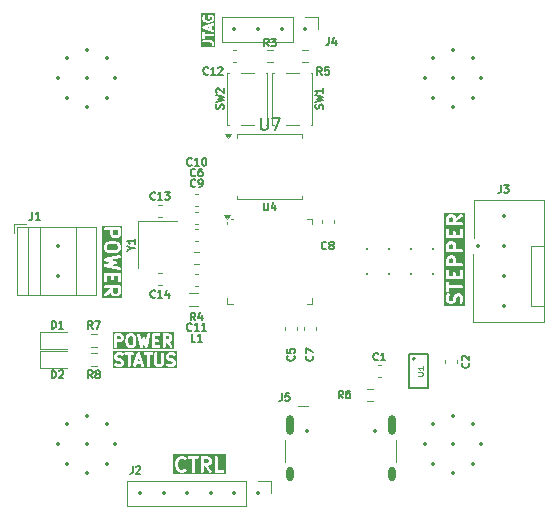
<source format=gto>
%TF.GenerationSoftware,KiCad,Pcbnew,8.0.4*%
%TF.CreationDate,2024-08-27T17:51:01+02:00*%
%TF.ProjectId,stepper_driver_PCB,73746570-7065-4725-9f64-72697665725f,rev?*%
%TF.SameCoordinates,Original*%
%TF.FileFunction,Legend,Top*%
%TF.FilePolarity,Positive*%
%FSLAX46Y46*%
G04 Gerber Fmt 4.6, Leading zero omitted, Abs format (unit mm)*
G04 Created by KiCad (PCBNEW 8.0.4) date 2024-08-27 17:51:01*
%MOMM*%
%LPD*%
G01*
G04 APERTURE LIST*
%ADD10C,0.250000*%
%ADD11C,0.200000*%
%ADD12C,0.150000*%
%ADD13C,0.100000*%
%ADD14C,0.120000*%
%ADD15C,0.350000*%
%ADD16O,0.600000X1.700000*%
%ADD17O,0.600000X1.200000*%
%ADD18C,0.300000*%
G04 APERTURE END LIST*
D10*
G36*
X104471997Y-103903904D02*
G01*
X104342663Y-103903904D01*
X104407329Y-103709903D01*
X104471997Y-103903904D01*
G37*
G36*
X107657330Y-104564619D02*
G01*
X102204949Y-104564619D01*
X102204949Y-103505095D01*
X102329949Y-103505095D01*
X102329949Y-103600333D01*
X102332351Y-103624719D01*
X102334069Y-103628867D01*
X102334388Y-103633349D01*
X102343146Y-103656235D01*
X102390764Y-103751472D01*
X102397373Y-103761970D01*
X102398635Y-103765017D01*
X102401450Y-103768448D01*
X102403819Y-103772210D01*
X102406313Y-103774373D01*
X102414180Y-103783959D01*
X102461798Y-103831578D01*
X102471386Y-103839447D01*
X102473548Y-103841939D01*
X102477305Y-103844304D01*
X102480740Y-103847123D01*
X102483790Y-103848386D01*
X102494285Y-103854993D01*
X102589523Y-103902612D01*
X102591308Y-103903295D01*
X102592033Y-103903832D01*
X102602262Y-103907487D01*
X102612409Y-103911370D01*
X102613308Y-103911433D01*
X102615108Y-103912077D01*
X102792274Y-103956368D01*
X102857094Y-103988778D01*
X102876026Y-104007711D01*
X102901377Y-104058412D01*
X102901377Y-104094633D01*
X102876025Y-104145336D01*
X102857094Y-104164268D01*
X102806393Y-104189619D01*
X102618092Y-104189619D01*
X102494477Y-104148415D01*
X102470583Y-104142982D01*
X102421934Y-104146439D01*
X102378309Y-104168251D01*
X102346354Y-104205097D01*
X102330931Y-104251366D01*
X102334388Y-104300015D01*
X102356200Y-104343640D01*
X102393046Y-104375595D01*
X102415421Y-104385585D01*
X102558277Y-104433204D01*
X102570370Y-104435953D01*
X102573420Y-104437217D01*
X102577841Y-104437652D01*
X102582171Y-104438637D01*
X102585462Y-104438403D01*
X102597806Y-104439619D01*
X102835901Y-104439619D01*
X102860287Y-104437217D01*
X102864435Y-104435498D01*
X102868917Y-104435180D01*
X102891803Y-104426422D01*
X102987040Y-104378804D01*
X102997536Y-104372196D01*
X103000586Y-104370933D01*
X103004019Y-104368114D01*
X103007778Y-104365749D01*
X103009940Y-104363255D01*
X103019528Y-104355387D01*
X103067147Y-104307768D01*
X103075014Y-104298180D01*
X103077507Y-104296019D01*
X103079873Y-104292259D01*
X103082692Y-104288825D01*
X103083954Y-104285776D01*
X103090561Y-104275282D01*
X103138180Y-104180044D01*
X103146938Y-104157158D01*
X103147256Y-104152677D01*
X103148975Y-104148528D01*
X103151377Y-104124142D01*
X103151377Y-104028904D01*
X103148975Y-104004518D01*
X103147256Y-104000368D01*
X103146938Y-103995888D01*
X103138180Y-103973002D01*
X103090561Y-103877764D01*
X103083954Y-103867269D01*
X103082691Y-103864219D01*
X103079872Y-103860784D01*
X103077507Y-103857027D01*
X103075015Y-103854865D01*
X103067146Y-103845277D01*
X103019527Y-103797659D01*
X103009941Y-103789792D01*
X103007778Y-103787298D01*
X103004016Y-103784929D01*
X103000585Y-103782114D01*
X102997538Y-103780852D01*
X102987040Y-103774243D01*
X102891803Y-103726625D01*
X102890017Y-103725941D01*
X102889293Y-103725405D01*
X102879063Y-103721749D01*
X102868917Y-103717867D01*
X102868017Y-103717803D01*
X102866218Y-103717160D01*
X102689053Y-103672868D01*
X102624232Y-103640458D01*
X102605299Y-103621526D01*
X102579949Y-103570825D01*
X102579949Y-103534603D01*
X102605299Y-103483901D01*
X102624232Y-103464969D01*
X102674934Y-103439619D01*
X102863237Y-103439619D01*
X102986848Y-103480823D01*
X103010742Y-103486256D01*
X103059392Y-103482799D01*
X103103016Y-103460987D01*
X103134972Y-103424141D01*
X103150395Y-103377872D01*
X103146938Y-103329222D01*
X103127443Y-103290233D01*
X103189494Y-103290233D01*
X103189494Y-103339005D01*
X103208158Y-103384065D01*
X103242646Y-103418553D01*
X103287706Y-103437217D01*
X103312092Y-103439619D01*
X103472806Y-103439619D01*
X103472806Y-104314619D01*
X103475208Y-104339005D01*
X103493872Y-104384065D01*
X103528360Y-104418553D01*
X103573420Y-104437217D01*
X103622192Y-104437217D01*
X103667252Y-104418553D01*
X103701740Y-104384065D01*
X103720404Y-104339005D01*
X103722806Y-104314619D01*
X103722806Y-104298985D01*
X103949979Y-104298985D01*
X103953436Y-104347634D01*
X103975248Y-104391259D01*
X104012094Y-104423214D01*
X104058363Y-104438637D01*
X104107012Y-104435180D01*
X104150637Y-104413368D01*
X104182592Y-104376522D01*
X104192582Y-104354147D01*
X104259330Y-104153904D01*
X104555330Y-104153904D01*
X104622077Y-104354147D01*
X104632068Y-104376522D01*
X104664023Y-104413368D01*
X104707647Y-104435180D01*
X104756297Y-104438637D01*
X104802566Y-104423214D01*
X104839412Y-104391258D01*
X104861224Y-104347634D01*
X104864681Y-104298984D01*
X104859248Y-104275090D01*
X104530962Y-103290233D01*
X104808542Y-103290233D01*
X104808542Y-103339005D01*
X104827206Y-103384065D01*
X104861694Y-103418553D01*
X104906754Y-103437217D01*
X104931140Y-103439619D01*
X105091854Y-103439619D01*
X105091854Y-104314619D01*
X105094256Y-104339005D01*
X105112920Y-104384065D01*
X105147408Y-104418553D01*
X105192468Y-104437217D01*
X105241240Y-104437217D01*
X105286300Y-104418553D01*
X105320788Y-104384065D01*
X105339452Y-104339005D01*
X105341854Y-104314619D01*
X105341854Y-103439619D01*
X105502568Y-103439619D01*
X105526954Y-103437217D01*
X105572014Y-103418553D01*
X105606502Y-103384065D01*
X105625166Y-103339005D01*
X105625166Y-103314619D01*
X105710902Y-103314619D01*
X105710902Y-104124142D01*
X105713304Y-104148528D01*
X105715022Y-104152676D01*
X105715341Y-104157158D01*
X105724099Y-104180044D01*
X105771717Y-104275281D01*
X105778324Y-104285777D01*
X105779587Y-104288825D01*
X105782404Y-104292258D01*
X105784772Y-104296019D01*
X105787266Y-104298182D01*
X105795132Y-104307767D01*
X105842751Y-104355387D01*
X105852339Y-104363256D01*
X105854501Y-104365749D01*
X105858255Y-104368112D01*
X105861692Y-104370933D01*
X105864745Y-104372197D01*
X105875238Y-104378803D01*
X105970476Y-104426422D01*
X105993362Y-104435180D01*
X105997842Y-104435498D01*
X106001992Y-104437217D01*
X106026378Y-104439619D01*
X106216854Y-104439619D01*
X106241240Y-104437217D01*
X106245388Y-104435498D01*
X106249870Y-104435180D01*
X106272756Y-104426422D01*
X106367993Y-104378804D01*
X106378489Y-104372196D01*
X106381539Y-104370933D01*
X106384972Y-104368114D01*
X106388731Y-104365749D01*
X106390893Y-104363255D01*
X106400481Y-104355387D01*
X106448100Y-104307768D01*
X106455967Y-104298180D01*
X106458460Y-104296019D01*
X106460826Y-104292259D01*
X106463645Y-104288825D01*
X106464907Y-104285776D01*
X106471514Y-104275282D01*
X106519133Y-104180044D01*
X106527891Y-104157158D01*
X106528209Y-104152677D01*
X106529928Y-104148528D01*
X106532330Y-104124142D01*
X106532330Y-103505095D01*
X106710902Y-103505095D01*
X106710902Y-103600333D01*
X106713304Y-103624719D01*
X106715022Y-103628867D01*
X106715341Y-103633349D01*
X106724099Y-103656235D01*
X106771717Y-103751472D01*
X106778326Y-103761970D01*
X106779588Y-103765017D01*
X106782403Y-103768448D01*
X106784772Y-103772210D01*
X106787266Y-103774373D01*
X106795133Y-103783959D01*
X106842751Y-103831578D01*
X106852339Y-103839447D01*
X106854501Y-103841939D01*
X106858258Y-103844304D01*
X106861693Y-103847123D01*
X106864743Y-103848386D01*
X106875238Y-103854993D01*
X106970476Y-103902612D01*
X106972261Y-103903295D01*
X106972986Y-103903832D01*
X106983215Y-103907487D01*
X106993362Y-103911370D01*
X106994261Y-103911433D01*
X106996061Y-103912077D01*
X107173227Y-103956368D01*
X107238047Y-103988778D01*
X107256979Y-104007711D01*
X107282330Y-104058412D01*
X107282330Y-104094633D01*
X107256978Y-104145336D01*
X107238047Y-104164268D01*
X107187346Y-104189619D01*
X106999045Y-104189619D01*
X106875430Y-104148415D01*
X106851536Y-104142982D01*
X106802887Y-104146439D01*
X106759262Y-104168251D01*
X106727307Y-104205097D01*
X106711884Y-104251366D01*
X106715341Y-104300015D01*
X106737153Y-104343640D01*
X106773999Y-104375595D01*
X106796374Y-104385585D01*
X106939230Y-104433204D01*
X106951323Y-104435953D01*
X106954373Y-104437217D01*
X106958794Y-104437652D01*
X106963124Y-104438637D01*
X106966415Y-104438403D01*
X106978759Y-104439619D01*
X107216854Y-104439619D01*
X107241240Y-104437217D01*
X107245388Y-104435498D01*
X107249870Y-104435180D01*
X107272756Y-104426422D01*
X107367993Y-104378804D01*
X107378489Y-104372196D01*
X107381539Y-104370933D01*
X107384972Y-104368114D01*
X107388731Y-104365749D01*
X107390893Y-104363255D01*
X107400481Y-104355387D01*
X107448100Y-104307768D01*
X107455967Y-104298180D01*
X107458460Y-104296019D01*
X107460826Y-104292259D01*
X107463645Y-104288825D01*
X107464907Y-104285776D01*
X107471514Y-104275282D01*
X107519133Y-104180044D01*
X107527891Y-104157158D01*
X107528209Y-104152677D01*
X107529928Y-104148528D01*
X107532330Y-104124142D01*
X107532330Y-104028904D01*
X107529928Y-104004518D01*
X107528209Y-104000368D01*
X107527891Y-103995888D01*
X107519133Y-103973002D01*
X107471514Y-103877764D01*
X107464907Y-103867269D01*
X107463644Y-103864219D01*
X107460825Y-103860784D01*
X107458460Y-103857027D01*
X107455968Y-103854865D01*
X107448099Y-103845277D01*
X107400480Y-103797659D01*
X107390894Y-103789792D01*
X107388731Y-103787298D01*
X107384969Y-103784929D01*
X107381538Y-103782114D01*
X107378491Y-103780852D01*
X107367993Y-103774243D01*
X107272756Y-103726625D01*
X107270970Y-103725941D01*
X107270246Y-103725405D01*
X107260016Y-103721749D01*
X107249870Y-103717867D01*
X107248970Y-103717803D01*
X107247171Y-103717160D01*
X107070006Y-103672868D01*
X107005185Y-103640458D01*
X106986252Y-103621526D01*
X106960902Y-103570825D01*
X106960902Y-103534603D01*
X106986252Y-103483901D01*
X107005185Y-103464969D01*
X107055887Y-103439619D01*
X107244190Y-103439619D01*
X107367801Y-103480823D01*
X107391695Y-103486256D01*
X107440345Y-103482799D01*
X107483969Y-103460987D01*
X107515925Y-103424141D01*
X107531348Y-103377872D01*
X107527891Y-103329222D01*
X107506079Y-103285598D01*
X107469233Y-103253643D01*
X107446858Y-103243652D01*
X107304001Y-103196034D01*
X107291910Y-103193284D01*
X107288859Y-103192021D01*
X107284436Y-103191585D01*
X107280107Y-103190601D01*
X107276816Y-103190834D01*
X107264473Y-103189619D01*
X107026378Y-103189619D01*
X107001992Y-103192021D01*
X106997842Y-103193739D01*
X106993362Y-103194058D01*
X106970476Y-103202816D01*
X106875238Y-103250435D01*
X106864743Y-103257041D01*
X106861693Y-103258305D01*
X106858258Y-103261123D01*
X106854501Y-103263489D01*
X106852339Y-103265980D01*
X106842751Y-103273850D01*
X106795133Y-103321469D01*
X106787266Y-103331054D01*
X106784772Y-103333218D01*
X106782403Y-103336979D01*
X106779588Y-103340411D01*
X106778326Y-103343457D01*
X106771717Y-103353956D01*
X106724099Y-103449193D01*
X106715341Y-103472079D01*
X106715022Y-103476560D01*
X106713304Y-103480709D01*
X106710902Y-103505095D01*
X106532330Y-103505095D01*
X106532330Y-103314619D01*
X106529928Y-103290233D01*
X106511264Y-103245173D01*
X106476776Y-103210685D01*
X106431716Y-103192021D01*
X106382944Y-103192021D01*
X106337884Y-103210685D01*
X106303396Y-103245173D01*
X106284732Y-103290233D01*
X106282330Y-103314619D01*
X106282330Y-104094633D01*
X106256978Y-104145336D01*
X106238047Y-104164268D01*
X106187346Y-104189619D01*
X106055887Y-104189619D01*
X106005185Y-104164268D01*
X105986253Y-104145336D01*
X105960902Y-104094634D01*
X105960902Y-103314619D01*
X105958500Y-103290233D01*
X105939836Y-103245173D01*
X105905348Y-103210685D01*
X105860288Y-103192021D01*
X105811516Y-103192021D01*
X105766456Y-103210685D01*
X105731968Y-103245173D01*
X105713304Y-103290233D01*
X105710902Y-103314619D01*
X105625166Y-103314619D01*
X105625166Y-103290233D01*
X105606502Y-103245173D01*
X105572014Y-103210685D01*
X105526954Y-103192021D01*
X105502568Y-103189619D01*
X104931140Y-103189619D01*
X104906754Y-103192021D01*
X104861694Y-103210685D01*
X104827206Y-103245173D01*
X104808542Y-103290233D01*
X104530962Y-103290233D01*
X104525915Y-103275091D01*
X104515925Y-103252716D01*
X104510073Y-103245968D01*
X104506079Y-103237980D01*
X104494241Y-103227713D01*
X104483970Y-103215870D01*
X104475978Y-103211874D01*
X104469233Y-103206024D01*
X104454365Y-103201068D01*
X104440345Y-103194058D01*
X104431435Y-103193424D01*
X104422964Y-103190601D01*
X104407329Y-103191711D01*
X104391696Y-103190601D01*
X104383224Y-103193424D01*
X104374314Y-103194058D01*
X104360292Y-103201069D01*
X104345427Y-103206024D01*
X104338681Y-103211874D01*
X104330690Y-103215870D01*
X104320421Y-103227710D01*
X104308581Y-103237979D01*
X104304585Y-103245969D01*
X104298735Y-103252716D01*
X104288744Y-103275091D01*
X103955412Y-104275091D01*
X103949979Y-104298985D01*
X103722806Y-104298985D01*
X103722806Y-103439619D01*
X103883520Y-103439619D01*
X103907906Y-103437217D01*
X103952966Y-103418553D01*
X103987454Y-103384065D01*
X104006118Y-103339005D01*
X104006118Y-103290233D01*
X103987454Y-103245173D01*
X103952966Y-103210685D01*
X103907906Y-103192021D01*
X103883520Y-103189619D01*
X103312092Y-103189619D01*
X103287706Y-103192021D01*
X103242646Y-103210685D01*
X103208158Y-103245173D01*
X103189494Y-103290233D01*
X103127443Y-103290233D01*
X103125126Y-103285598D01*
X103088280Y-103253643D01*
X103065905Y-103243652D01*
X102923048Y-103196034D01*
X102910957Y-103193284D01*
X102907906Y-103192021D01*
X102903483Y-103191585D01*
X102899154Y-103190601D01*
X102895863Y-103190834D01*
X102883520Y-103189619D01*
X102645425Y-103189619D01*
X102621039Y-103192021D01*
X102616889Y-103193739D01*
X102612409Y-103194058D01*
X102589523Y-103202816D01*
X102494285Y-103250435D01*
X102483790Y-103257041D01*
X102480740Y-103258305D01*
X102477305Y-103261123D01*
X102473548Y-103263489D01*
X102471386Y-103265980D01*
X102461798Y-103273850D01*
X102414180Y-103321469D01*
X102406313Y-103331054D01*
X102403819Y-103333218D01*
X102401450Y-103336979D01*
X102398635Y-103340411D01*
X102397373Y-103343457D01*
X102390764Y-103353956D01*
X102343146Y-103449193D01*
X102334388Y-103472079D01*
X102334069Y-103476560D01*
X102332351Y-103480709D01*
X102329949Y-103505095D01*
X102204949Y-103505095D01*
X102204949Y-103064619D01*
X107657330Y-103064619D01*
X107657330Y-104564619D01*
G37*
G36*
X103854714Y-101864970D02*
G01*
X103911125Y-101921381D01*
X103946615Y-102063341D01*
X103946615Y-102365896D01*
X103911125Y-102507855D01*
X103854711Y-102564269D01*
X103804012Y-102589619D01*
X103672553Y-102589619D01*
X103621852Y-102564268D01*
X103565438Y-102507855D01*
X103529949Y-102365896D01*
X103529949Y-102063341D01*
X103565439Y-101921381D01*
X103621849Y-101864970D01*
X103672553Y-101839619D01*
X103804012Y-101839619D01*
X103854714Y-101864970D01*
G37*
G36*
X106949951Y-101864969D02*
G01*
X106968883Y-101883902D01*
X106994234Y-101934603D01*
X106994234Y-102018443D01*
X106968883Y-102069144D01*
X106949951Y-102088077D01*
X106899250Y-102113428D01*
X106672806Y-102113428D01*
X106672806Y-101839619D01*
X106899250Y-101839619D01*
X106949951Y-101864969D01*
G37*
G36*
X102854713Y-101864969D02*
G01*
X102873645Y-101883902D01*
X102898996Y-101934603D01*
X102898996Y-102018443D01*
X102873645Y-102069144D01*
X102854713Y-102088077D01*
X102804012Y-102113428D01*
X102577568Y-102113428D01*
X102577568Y-101839619D01*
X102804012Y-101839619D01*
X102854713Y-101864969D01*
G37*
G36*
X107369234Y-102964619D02*
G01*
X102202568Y-102964619D01*
X102202568Y-101714619D01*
X102327568Y-101714619D01*
X102327568Y-102714619D01*
X102329970Y-102739005D01*
X102348634Y-102784065D01*
X102383122Y-102818553D01*
X102428182Y-102837217D01*
X102476954Y-102837217D01*
X102522014Y-102818553D01*
X102556502Y-102784065D01*
X102575166Y-102739005D01*
X102577568Y-102714619D01*
X102577568Y-102363428D01*
X102833520Y-102363428D01*
X102857906Y-102361026D01*
X102862054Y-102359307D01*
X102866536Y-102358989D01*
X102889422Y-102350231D01*
X102984659Y-102302613D01*
X102995157Y-102296003D01*
X102998204Y-102294742D01*
X103001635Y-102291926D01*
X103005397Y-102289558D01*
X103007560Y-102287063D01*
X103017146Y-102279197D01*
X103064765Y-102231579D01*
X103072634Y-102221990D01*
X103075126Y-102219829D01*
X103077491Y-102216071D01*
X103080310Y-102212637D01*
X103081573Y-102209586D01*
X103088180Y-102199092D01*
X103135799Y-102103854D01*
X103144557Y-102080968D01*
X103144875Y-102076487D01*
X103146594Y-102072338D01*
X103148996Y-102047952D01*
X103279949Y-102047952D01*
X103279949Y-102381285D01*
X103280368Y-102385539D01*
X103280097Y-102387361D01*
X103281446Y-102396489D01*
X103282351Y-102405671D01*
X103283055Y-102407372D01*
X103283681Y-102411602D01*
X103331300Y-102602078D01*
X103339545Y-102625153D01*
X103345077Y-102632619D01*
X103348634Y-102641207D01*
X103364179Y-102660149D01*
X103459417Y-102755388D01*
X103469005Y-102763257D01*
X103471167Y-102765749D01*
X103474924Y-102768114D01*
X103478359Y-102770933D01*
X103481409Y-102772196D01*
X103491904Y-102778803D01*
X103587142Y-102826422D01*
X103610028Y-102835180D01*
X103614508Y-102835498D01*
X103618658Y-102837217D01*
X103643044Y-102839619D01*
X103833520Y-102839619D01*
X103857906Y-102837217D01*
X103862054Y-102835498D01*
X103866536Y-102835180D01*
X103889422Y-102826422D01*
X103984659Y-102778804D01*
X103995155Y-102772196D01*
X103998205Y-102770933D01*
X104001639Y-102768114D01*
X104005397Y-102765749D01*
X104007558Y-102763257D01*
X104017147Y-102755388D01*
X104112385Y-102660149D01*
X104127930Y-102641207D01*
X104131487Y-102632618D01*
X104137019Y-102625153D01*
X104145264Y-102602078D01*
X104192883Y-102411602D01*
X104193508Y-102407372D01*
X104194213Y-102405671D01*
X104195117Y-102396491D01*
X104196467Y-102387362D01*
X104196195Y-102385539D01*
X104196615Y-102381285D01*
X104196615Y-102047952D01*
X104196195Y-102043697D01*
X104196467Y-102041875D01*
X104195117Y-102032745D01*
X104194213Y-102023566D01*
X104193508Y-102021864D01*
X104192883Y-102017635D01*
X104145264Y-101827159D01*
X104137019Y-101804084D01*
X104131485Y-101796615D01*
X104127929Y-101788030D01*
X104112384Y-101769088D01*
X104062588Y-101719292D01*
X104280037Y-101719292D01*
X104283348Y-101743572D01*
X104521443Y-102743572D01*
X104524327Y-102751940D01*
X104524726Y-102754940D01*
X104526296Y-102757652D01*
X104529428Y-102766738D01*
X104540070Y-102781444D01*
X104549163Y-102797150D01*
X104554257Y-102801049D01*
X104558021Y-102806250D01*
X104573485Y-102815766D01*
X104587893Y-102826794D01*
X104594091Y-102828447D01*
X104599560Y-102831812D01*
X104617482Y-102834684D01*
X104635018Y-102839361D01*
X104641381Y-102838515D01*
X104647717Y-102839531D01*
X104665371Y-102835327D01*
X104683365Y-102832937D01*
X104688918Y-102829721D01*
X104695163Y-102828235D01*
X104709869Y-102817592D01*
X104725575Y-102808500D01*
X104729474Y-102803405D01*
X104734675Y-102799642D01*
X104744191Y-102784177D01*
X104755219Y-102769770D01*
X104758591Y-102760776D01*
X104760237Y-102758103D01*
X104760716Y-102755109D01*
X104763823Y-102746827D01*
X104833519Y-102485462D01*
X104903217Y-102746827D01*
X104906323Y-102755110D01*
X104906803Y-102758103D01*
X104908447Y-102760775D01*
X104911821Y-102769771D01*
X104922852Y-102784183D01*
X104932365Y-102799641D01*
X104937563Y-102803403D01*
X104941465Y-102808500D01*
X104957175Y-102817595D01*
X104971877Y-102828235D01*
X104978118Y-102829720D01*
X104983675Y-102832938D01*
X105001674Y-102835329D01*
X105019323Y-102839531D01*
X105025658Y-102838515D01*
X105032022Y-102839361D01*
X105049558Y-102834684D01*
X105067480Y-102831812D01*
X105072947Y-102828447D01*
X105079148Y-102826794D01*
X105093560Y-102815762D01*
X105109018Y-102806250D01*
X105112780Y-102801051D01*
X105117877Y-102797150D01*
X105126971Y-102781440D01*
X105137612Y-102766738D01*
X105140742Y-102757654D01*
X105142314Y-102754941D01*
X105142712Y-102751939D01*
X105145597Y-102743572D01*
X105383693Y-101743572D01*
X105387004Y-101719293D01*
X105386255Y-101714619D01*
X105518044Y-101714619D01*
X105518044Y-102714619D01*
X105520446Y-102739005D01*
X105539110Y-102784065D01*
X105573598Y-102818553D01*
X105618658Y-102837217D01*
X105643044Y-102839619D01*
X106119234Y-102839619D01*
X106143620Y-102837217D01*
X106188680Y-102818553D01*
X106223168Y-102784065D01*
X106241832Y-102739005D01*
X106241832Y-102690233D01*
X106223168Y-102645173D01*
X106188680Y-102610685D01*
X106143620Y-102592021D01*
X106119234Y-102589619D01*
X105768044Y-102589619D01*
X105768044Y-102315809D01*
X105976377Y-102315809D01*
X106000763Y-102313407D01*
X106045823Y-102294743D01*
X106080311Y-102260255D01*
X106098975Y-102215195D01*
X106098975Y-102166423D01*
X106080311Y-102121363D01*
X106045823Y-102086875D01*
X106000763Y-102068211D01*
X105976377Y-102065809D01*
X105768044Y-102065809D01*
X105768044Y-101839619D01*
X106119234Y-101839619D01*
X106143620Y-101837217D01*
X106188680Y-101818553D01*
X106223168Y-101784065D01*
X106241832Y-101739005D01*
X106241832Y-101714619D01*
X106422806Y-101714619D01*
X106422806Y-102714619D01*
X106425208Y-102739005D01*
X106443872Y-102784065D01*
X106478360Y-102818553D01*
X106523420Y-102837217D01*
X106572192Y-102837217D01*
X106617252Y-102818553D01*
X106651740Y-102784065D01*
X106670404Y-102739005D01*
X106672806Y-102714619D01*
X106672806Y-102363428D01*
X106720819Y-102363428D01*
X107016830Y-102786302D01*
X107032782Y-102804902D01*
X107073913Y-102831114D01*
X107121944Y-102839590D01*
X107169562Y-102829040D01*
X107209517Y-102801071D01*
X107235729Y-102759941D01*
X107244205Y-102711909D01*
X107233655Y-102664292D01*
X107221638Y-102642936D01*
X107008426Y-102338347D01*
X107079897Y-102302613D01*
X107090395Y-102296003D01*
X107093442Y-102294742D01*
X107096873Y-102291926D01*
X107100635Y-102289558D01*
X107102798Y-102287063D01*
X107112384Y-102279197D01*
X107160003Y-102231579D01*
X107167872Y-102221990D01*
X107170364Y-102219829D01*
X107172729Y-102216071D01*
X107175548Y-102212637D01*
X107176811Y-102209586D01*
X107183418Y-102199092D01*
X107231037Y-102103854D01*
X107239795Y-102080968D01*
X107240113Y-102076487D01*
X107241832Y-102072338D01*
X107244234Y-102047952D01*
X107244234Y-101905095D01*
X107241832Y-101880709D01*
X107240113Y-101876559D01*
X107239795Y-101872079D01*
X107231037Y-101849193D01*
X107183418Y-101753955D01*
X107176811Y-101743460D01*
X107175548Y-101740410D01*
X107172729Y-101736975D01*
X107170364Y-101733218D01*
X107167872Y-101731056D01*
X107160003Y-101721468D01*
X107112384Y-101673850D01*
X107102798Y-101665983D01*
X107100635Y-101663489D01*
X107096873Y-101661120D01*
X107093442Y-101658305D01*
X107090395Y-101657043D01*
X107079897Y-101650434D01*
X106984660Y-101602816D01*
X106961774Y-101594058D01*
X106957292Y-101593739D01*
X106953144Y-101592021D01*
X106928758Y-101589619D01*
X106547806Y-101589619D01*
X106523420Y-101592021D01*
X106478360Y-101610685D01*
X106443872Y-101645173D01*
X106425208Y-101690233D01*
X106422806Y-101714619D01*
X106241832Y-101714619D01*
X106241832Y-101690233D01*
X106223168Y-101645173D01*
X106188680Y-101610685D01*
X106143620Y-101592021D01*
X106119234Y-101589619D01*
X105643044Y-101589619D01*
X105618658Y-101592021D01*
X105573598Y-101610685D01*
X105539110Y-101645173D01*
X105520446Y-101690233D01*
X105518044Y-101714619D01*
X105386255Y-101714619D01*
X105379285Y-101671135D01*
X105353723Y-101629597D01*
X105314211Y-101601003D01*
X105266765Y-101589707D01*
X105218608Y-101597426D01*
X105177070Y-101622988D01*
X105148476Y-101662500D01*
X105140491Y-101685666D01*
X105017134Y-102203760D01*
X104954299Y-101968125D01*
X104952157Y-101962414D01*
X104951838Y-101960011D01*
X104950186Y-101957157D01*
X104945695Y-101945182D01*
X104935669Y-101932083D01*
X104927401Y-101917802D01*
X104920971Y-101912880D01*
X104916051Y-101906452D01*
X104901773Y-101898186D01*
X104888672Y-101888158D01*
X104880847Y-101886071D01*
X104873841Y-101882015D01*
X104857487Y-101879842D01*
X104841546Y-101875591D01*
X104833519Y-101876657D01*
X104825494Y-101875591D01*
X104809558Y-101879840D01*
X104793199Y-101882014D01*
X104786188Y-101886072D01*
X104778369Y-101888158D01*
X104765270Y-101898183D01*
X104750989Y-101906452D01*
X104746067Y-101912881D01*
X104739639Y-101917802D01*
X104731373Y-101932079D01*
X104721345Y-101945181D01*
X104716852Y-101957161D01*
X104715202Y-101960012D01*
X104714882Y-101962413D01*
X104712741Y-101968125D01*
X104649905Y-102203759D01*
X104526550Y-101685666D01*
X104518565Y-101662500D01*
X104489972Y-101622988D01*
X104448433Y-101597426D01*
X104400276Y-101589707D01*
X104352830Y-101601003D01*
X104313318Y-101629596D01*
X104287756Y-101671135D01*
X104280037Y-101719292D01*
X104062588Y-101719292D01*
X104017146Y-101673850D01*
X104007560Y-101665983D01*
X104005397Y-101663489D01*
X104001635Y-101661120D01*
X103998204Y-101658305D01*
X103995157Y-101657043D01*
X103984659Y-101650434D01*
X103889422Y-101602816D01*
X103866536Y-101594058D01*
X103862054Y-101593739D01*
X103857906Y-101592021D01*
X103833520Y-101589619D01*
X103643044Y-101589619D01*
X103618658Y-101592021D01*
X103614508Y-101593739D01*
X103610028Y-101594058D01*
X103587142Y-101602816D01*
X103491904Y-101650435D01*
X103481407Y-101657042D01*
X103478360Y-101658305D01*
X103474928Y-101661121D01*
X103471167Y-101663489D01*
X103469003Y-101665983D01*
X103459418Y-101673850D01*
X103364180Y-101769088D01*
X103348635Y-101788030D01*
X103345078Y-101796615D01*
X103339545Y-101804084D01*
X103331300Y-101827159D01*
X103283681Y-102017635D01*
X103283055Y-102021864D01*
X103282351Y-102023566D01*
X103281446Y-102032747D01*
X103280097Y-102041876D01*
X103280368Y-102043697D01*
X103279949Y-102047952D01*
X103148996Y-102047952D01*
X103148996Y-101905095D01*
X103146594Y-101880709D01*
X103144875Y-101876559D01*
X103144557Y-101872079D01*
X103135799Y-101849193D01*
X103088180Y-101753955D01*
X103081573Y-101743460D01*
X103080310Y-101740410D01*
X103077491Y-101736975D01*
X103075126Y-101733218D01*
X103072634Y-101731056D01*
X103064765Y-101721468D01*
X103017146Y-101673850D01*
X103007560Y-101665983D01*
X103005397Y-101663489D01*
X103001635Y-101661120D01*
X102998204Y-101658305D01*
X102995157Y-101657043D01*
X102984659Y-101650434D01*
X102889422Y-101602816D01*
X102866536Y-101594058D01*
X102862054Y-101593739D01*
X102857906Y-101592021D01*
X102833520Y-101589619D01*
X102452568Y-101589619D01*
X102428182Y-101592021D01*
X102383122Y-101610685D01*
X102348634Y-101645173D01*
X102329970Y-101690233D01*
X102327568Y-101714619D01*
X102202568Y-101714619D01*
X102202568Y-101464619D01*
X107369234Y-101464619D01*
X107369234Y-102964619D01*
G37*
G36*
X130980384Y-95281116D02*
G01*
X131008839Y-95309572D01*
X131043714Y-95379320D01*
X131043714Y-95681955D01*
X130665142Y-95681955D01*
X130665142Y-95379320D01*
X130700016Y-95309571D01*
X130728473Y-95281115D01*
X130798222Y-95246241D01*
X130910634Y-95246241D01*
X130980384Y-95281116D01*
G37*
G36*
X130980384Y-94081116D02*
G01*
X131008839Y-94109572D01*
X131043714Y-94179320D01*
X131043714Y-94481955D01*
X130665142Y-94481955D01*
X130665142Y-94179320D01*
X130700016Y-94109571D01*
X130728473Y-94081115D01*
X130798222Y-94046241D01*
X130910634Y-94046241D01*
X130980384Y-94081116D01*
G37*
G36*
X130980384Y-91795402D02*
G01*
X131008839Y-91823858D01*
X131043714Y-91893606D01*
X131043714Y-92196241D01*
X130665142Y-92196241D01*
X130665142Y-91893606D01*
X130700016Y-91823857D01*
X130728473Y-91795401D01*
X130798222Y-91760527D01*
X130910634Y-91760527D01*
X130980384Y-91795402D01*
G37*
G36*
X131998475Y-99265288D02*
G01*
X130281809Y-99265288D01*
X130281809Y-98492669D01*
X130415142Y-98492669D01*
X130415142Y-98778384D01*
X130417544Y-98802770D01*
X130419262Y-98806918D01*
X130419581Y-98811400D01*
X130428339Y-98834286D01*
X130485482Y-98948571D01*
X130492090Y-98959069D01*
X130493352Y-98962115D01*
X130496165Y-98965543D01*
X130498536Y-98969309D01*
X130501033Y-98971475D01*
X130508897Y-98981057D01*
X130566039Y-99038200D01*
X130575627Y-99046069D01*
X130577789Y-99048561D01*
X130581546Y-99050926D01*
X130584981Y-99053745D01*
X130588031Y-99055008D01*
X130598526Y-99061615D01*
X130712813Y-99118759D01*
X130735698Y-99127516D01*
X130740179Y-99127834D01*
X130744328Y-99129553D01*
X130768714Y-99131955D01*
X130883000Y-99131955D01*
X130907386Y-99129553D01*
X130911534Y-99127834D01*
X130916016Y-99127516D01*
X130938902Y-99118758D01*
X131053187Y-99061615D01*
X131063685Y-99055006D01*
X131066731Y-99053745D01*
X131070159Y-99050931D01*
X131073925Y-99048561D01*
X131076091Y-99046063D01*
X131085673Y-99038200D01*
X131142816Y-98981058D01*
X131150685Y-98971469D01*
X131153177Y-98969308D01*
X131155542Y-98965550D01*
X131158361Y-98962116D01*
X131159624Y-98959065D01*
X131166231Y-98948571D01*
X131223374Y-98834286D01*
X131224057Y-98832500D01*
X131224594Y-98831776D01*
X131228249Y-98821546D01*
X131232132Y-98811400D01*
X131232195Y-98810500D01*
X131232839Y-98808701D01*
X131286654Y-98593439D01*
X131328588Y-98509571D01*
X131357045Y-98481115D01*
X131426793Y-98446241D01*
X131482063Y-98446241D01*
X131551813Y-98481116D01*
X131580267Y-98509571D01*
X131615142Y-98579320D01*
X131615142Y-98815243D01*
X131564414Y-98967427D01*
X131558982Y-98991321D01*
X131562439Y-99039971D01*
X131584251Y-99083595D01*
X131621097Y-99115550D01*
X131667366Y-99130973D01*
X131716016Y-99127516D01*
X131759640Y-99105704D01*
X131791595Y-99068858D01*
X131801586Y-99046483D01*
X131858728Y-98875055D01*
X131861477Y-98862961D01*
X131862740Y-98859913D01*
X131863175Y-98855491D01*
X131864160Y-98851161D01*
X131863926Y-98847870D01*
X131865142Y-98835527D01*
X131865142Y-98549812D01*
X131862740Y-98525426D01*
X131861021Y-98521276D01*
X131860703Y-98516796D01*
X131851945Y-98493910D01*
X131794804Y-98379626D01*
X131788195Y-98369126D01*
X131786933Y-98366080D01*
X131784117Y-98362649D01*
X131781750Y-98358888D01*
X131779254Y-98356723D01*
X131771388Y-98347138D01*
X131714245Y-98289996D01*
X131704659Y-98282129D01*
X131702496Y-98279635D01*
X131698734Y-98277267D01*
X131695303Y-98274451D01*
X131692255Y-98273188D01*
X131681759Y-98266581D01*
X131567473Y-98209438D01*
X131544587Y-98200680D01*
X131540105Y-98200361D01*
X131535957Y-98198643D01*
X131511571Y-98196241D01*
X131397285Y-98196241D01*
X131372899Y-98198643D01*
X131368750Y-98200361D01*
X131364269Y-98200680D01*
X131341383Y-98209438D01*
X131227098Y-98266581D01*
X131216603Y-98273187D01*
X131213553Y-98274451D01*
X131210118Y-98277269D01*
X131206361Y-98279635D01*
X131204199Y-98282126D01*
X131194611Y-98289996D01*
X131137469Y-98347139D01*
X131129605Y-98356720D01*
X131127108Y-98358887D01*
X131124737Y-98362652D01*
X131121924Y-98366081D01*
X131120662Y-98369126D01*
X131114054Y-98379625D01*
X131056911Y-98493910D01*
X131056228Y-98495693D01*
X131055691Y-98496419D01*
X131052032Y-98506656D01*
X131048153Y-98516796D01*
X131048089Y-98517695D01*
X131047446Y-98519495D01*
X130993630Y-98734756D01*
X130951696Y-98818623D01*
X130923240Y-98847080D01*
X130853492Y-98881955D01*
X130798222Y-98881955D01*
X130728473Y-98847080D01*
X130700016Y-98818624D01*
X130665142Y-98748875D01*
X130665142Y-98512953D01*
X130715870Y-98360770D01*
X130721303Y-98336876D01*
X130717846Y-98288226D01*
X130696034Y-98244602D01*
X130659189Y-98212646D01*
X130612919Y-98197223D01*
X130564270Y-98200680D01*
X130520645Y-98222492D01*
X130488690Y-98259337D01*
X130478700Y-98281712D01*
X130421557Y-98453140D01*
X130418807Y-98465233D01*
X130417544Y-98468283D01*
X130417108Y-98472704D01*
X130416124Y-98477034D01*
X130416357Y-98480325D01*
X130415142Y-98492669D01*
X130281809Y-98492669D01*
X130281809Y-97292670D01*
X130415142Y-97292670D01*
X130415142Y-97978384D01*
X130417544Y-98002770D01*
X130436208Y-98047830D01*
X130470696Y-98082318D01*
X130515756Y-98100982D01*
X130564528Y-98100982D01*
X130609588Y-98082318D01*
X130644076Y-98047830D01*
X130662740Y-98002770D01*
X130665142Y-97978384D01*
X130665142Y-97760527D01*
X131740142Y-97760527D01*
X131764528Y-97758125D01*
X131809588Y-97739461D01*
X131844076Y-97704973D01*
X131862740Y-97659913D01*
X131862740Y-97611141D01*
X131844076Y-97566081D01*
X131809588Y-97531593D01*
X131764528Y-97512929D01*
X131740142Y-97510527D01*
X130665142Y-97510527D01*
X130665142Y-97292670D01*
X130662740Y-97268284D01*
X130644076Y-97223224D01*
X130609588Y-97188736D01*
X130564528Y-97170072D01*
X130515756Y-97170072D01*
X130470696Y-97188736D01*
X130436208Y-97223224D01*
X130417544Y-97268284D01*
X130415142Y-97292670D01*
X130281809Y-97292670D01*
X130281809Y-96321241D01*
X130415142Y-96321241D01*
X130415142Y-96892669D01*
X130417544Y-96917055D01*
X130436208Y-96962115D01*
X130470696Y-96996603D01*
X130515756Y-97015267D01*
X130540142Y-97017669D01*
X131740142Y-97017669D01*
X131764528Y-97015267D01*
X131809588Y-96996603D01*
X131844076Y-96962115D01*
X131862740Y-96917055D01*
X131865142Y-96892669D01*
X131865142Y-96321241D01*
X131862740Y-96296855D01*
X131844076Y-96251795D01*
X131809588Y-96217307D01*
X131764528Y-96198643D01*
X131715756Y-96198643D01*
X131670696Y-96217307D01*
X131636208Y-96251795D01*
X131617544Y-96296855D01*
X131615142Y-96321241D01*
X131615142Y-96767669D01*
X131236571Y-96767669D01*
X131236571Y-96492669D01*
X131234169Y-96468283D01*
X131215505Y-96423223D01*
X131181017Y-96388735D01*
X131135957Y-96370071D01*
X131087185Y-96370071D01*
X131042125Y-96388735D01*
X131007637Y-96423223D01*
X130988973Y-96468283D01*
X130986571Y-96492669D01*
X130986571Y-96767669D01*
X130665142Y-96767669D01*
X130665142Y-96321241D01*
X130662740Y-96296855D01*
X130644076Y-96251795D01*
X130609588Y-96217307D01*
X130564528Y-96198643D01*
X130515756Y-96198643D01*
X130470696Y-96217307D01*
X130436208Y-96251795D01*
X130417544Y-96296855D01*
X130415142Y-96321241D01*
X130281809Y-96321241D01*
X130281809Y-95349812D01*
X130415142Y-95349812D01*
X130415142Y-95806955D01*
X130417544Y-95831341D01*
X130436208Y-95876401D01*
X130470696Y-95910889D01*
X130515756Y-95929553D01*
X130540142Y-95931955D01*
X131740142Y-95931955D01*
X131764528Y-95929553D01*
X131809588Y-95910889D01*
X131844076Y-95876401D01*
X131862740Y-95831341D01*
X131862740Y-95782569D01*
X131844076Y-95737509D01*
X131809588Y-95703021D01*
X131764528Y-95684357D01*
X131740142Y-95681955D01*
X131293714Y-95681955D01*
X131293714Y-95349812D01*
X131291312Y-95325426D01*
X131289593Y-95321277D01*
X131289275Y-95316796D01*
X131280517Y-95293910D01*
X131223374Y-95179625D01*
X131216767Y-95169130D01*
X131215504Y-95166080D01*
X131212685Y-95162645D01*
X131210320Y-95158888D01*
X131207828Y-95156726D01*
X131199959Y-95147138D01*
X131142816Y-95089996D01*
X131133230Y-95082129D01*
X131131067Y-95079635D01*
X131127305Y-95077267D01*
X131123874Y-95074451D01*
X131120826Y-95073188D01*
X131110330Y-95066581D01*
X130996044Y-95009438D01*
X130973158Y-95000680D01*
X130968676Y-95000361D01*
X130964528Y-94998643D01*
X130940142Y-94996241D01*
X130768714Y-94996241D01*
X130744328Y-94998643D01*
X130740179Y-95000361D01*
X130735698Y-95000680D01*
X130712813Y-95009437D01*
X130598526Y-95066581D01*
X130588031Y-95073187D01*
X130584981Y-95074451D01*
X130581546Y-95077269D01*
X130577789Y-95079635D01*
X130575627Y-95082126D01*
X130566039Y-95089996D01*
X130508897Y-95147139D01*
X130501033Y-95156720D01*
X130498536Y-95158887D01*
X130496165Y-95162652D01*
X130493352Y-95166081D01*
X130492090Y-95169126D01*
X130485482Y-95179625D01*
X130428339Y-95293910D01*
X130419581Y-95316796D01*
X130419262Y-95321277D01*
X130417544Y-95325426D01*
X130415142Y-95349812D01*
X130281809Y-95349812D01*
X130281809Y-94149812D01*
X130415142Y-94149812D01*
X130415142Y-94606955D01*
X130417544Y-94631341D01*
X130436208Y-94676401D01*
X130470696Y-94710889D01*
X130515756Y-94729553D01*
X130540142Y-94731955D01*
X131740142Y-94731955D01*
X131764528Y-94729553D01*
X131809588Y-94710889D01*
X131844076Y-94676401D01*
X131862740Y-94631341D01*
X131862740Y-94582569D01*
X131844076Y-94537509D01*
X131809588Y-94503021D01*
X131764528Y-94484357D01*
X131740142Y-94481955D01*
X131293714Y-94481955D01*
X131293714Y-94149812D01*
X131291312Y-94125426D01*
X131289593Y-94121277D01*
X131289275Y-94116796D01*
X131280517Y-94093910D01*
X131223374Y-93979625D01*
X131216767Y-93969130D01*
X131215504Y-93966080D01*
X131212685Y-93962645D01*
X131210320Y-93958888D01*
X131207828Y-93956726D01*
X131199959Y-93947138D01*
X131142816Y-93889996D01*
X131133230Y-93882129D01*
X131131067Y-93879635D01*
X131127305Y-93877267D01*
X131123874Y-93874451D01*
X131120826Y-93873188D01*
X131110330Y-93866581D01*
X130996044Y-93809438D01*
X130973158Y-93800680D01*
X130968676Y-93800361D01*
X130964528Y-93798643D01*
X130940142Y-93796241D01*
X130768714Y-93796241D01*
X130744328Y-93798643D01*
X130740179Y-93800361D01*
X130735698Y-93800680D01*
X130712813Y-93809437D01*
X130598526Y-93866581D01*
X130588031Y-93873187D01*
X130584981Y-93874451D01*
X130581546Y-93877269D01*
X130577789Y-93879635D01*
X130575627Y-93882126D01*
X130566039Y-93889996D01*
X130508897Y-93947139D01*
X130501033Y-93956720D01*
X130498536Y-93958887D01*
X130496165Y-93962652D01*
X130493352Y-93966081D01*
X130492090Y-93969126D01*
X130485482Y-93979625D01*
X130428339Y-94093910D01*
X130419581Y-94116796D01*
X130419262Y-94121277D01*
X130417544Y-94125426D01*
X130415142Y-94149812D01*
X130281809Y-94149812D01*
X130281809Y-92835527D01*
X130415142Y-92835527D01*
X130415142Y-93406955D01*
X130417544Y-93431341D01*
X130436208Y-93476401D01*
X130470696Y-93510889D01*
X130515756Y-93529553D01*
X130540142Y-93531955D01*
X131740142Y-93531955D01*
X131764528Y-93529553D01*
X131809588Y-93510889D01*
X131844076Y-93476401D01*
X131862740Y-93431341D01*
X131865142Y-93406955D01*
X131865142Y-92835527D01*
X131862740Y-92811141D01*
X131844076Y-92766081D01*
X131809588Y-92731593D01*
X131764528Y-92712929D01*
X131715756Y-92712929D01*
X131670696Y-92731593D01*
X131636208Y-92766081D01*
X131617544Y-92811141D01*
X131615142Y-92835527D01*
X131615142Y-93281955D01*
X131236571Y-93281955D01*
X131236571Y-93006955D01*
X131234169Y-92982569D01*
X131215505Y-92937509D01*
X131181017Y-92903021D01*
X131135957Y-92884357D01*
X131087185Y-92884357D01*
X131042125Y-92903021D01*
X131007637Y-92937509D01*
X130988973Y-92982569D01*
X130986571Y-93006955D01*
X130986571Y-93281955D01*
X130665142Y-93281955D01*
X130665142Y-92835527D01*
X130662740Y-92811141D01*
X130644076Y-92766081D01*
X130609588Y-92731593D01*
X130564528Y-92712929D01*
X130515756Y-92712929D01*
X130470696Y-92731593D01*
X130436208Y-92766081D01*
X130417544Y-92811141D01*
X130415142Y-92835527D01*
X130281809Y-92835527D01*
X130281809Y-91864098D01*
X130415142Y-91864098D01*
X130415142Y-92321241D01*
X130417544Y-92345627D01*
X130436208Y-92390687D01*
X130470696Y-92425175D01*
X130515756Y-92443839D01*
X130540142Y-92446241D01*
X131740142Y-92446241D01*
X131764528Y-92443839D01*
X131809588Y-92425175D01*
X131844076Y-92390687D01*
X131862740Y-92345627D01*
X131862740Y-92296855D01*
X131844076Y-92251795D01*
X131809588Y-92217307D01*
X131764528Y-92198643D01*
X131740142Y-92196241D01*
X131293714Y-92196241D01*
X131293714Y-92100609D01*
X131811825Y-91737931D01*
X131830425Y-91721979D01*
X131856637Y-91680848D01*
X131865113Y-91632817D01*
X131854563Y-91585199D01*
X131826594Y-91545244D01*
X131785463Y-91519032D01*
X131737432Y-91510556D01*
X131689814Y-91521106D01*
X131668459Y-91533123D01*
X131279215Y-91805593D01*
X131223374Y-91693911D01*
X131216767Y-91683416D01*
X131215504Y-91680366D01*
X131212685Y-91676931D01*
X131210320Y-91673174D01*
X131207828Y-91671012D01*
X131199959Y-91661424D01*
X131142816Y-91604282D01*
X131133230Y-91596415D01*
X131131067Y-91593921D01*
X131127305Y-91591553D01*
X131123874Y-91588737D01*
X131120826Y-91587474D01*
X131110330Y-91580867D01*
X130996044Y-91523724D01*
X130973158Y-91514966D01*
X130968676Y-91514647D01*
X130964528Y-91512929D01*
X130940142Y-91510527D01*
X130768714Y-91510527D01*
X130744328Y-91512929D01*
X130740179Y-91514647D01*
X130735698Y-91514966D01*
X130712813Y-91523723D01*
X130598526Y-91580867D01*
X130588031Y-91587473D01*
X130584981Y-91588737D01*
X130581546Y-91591555D01*
X130577789Y-91593921D01*
X130575627Y-91596412D01*
X130566039Y-91604282D01*
X130508897Y-91661425D01*
X130501033Y-91671006D01*
X130498536Y-91673173D01*
X130496165Y-91676938D01*
X130493352Y-91680367D01*
X130492090Y-91683412D01*
X130485482Y-91693911D01*
X130428339Y-91808196D01*
X130419581Y-91831082D01*
X130419262Y-91835563D01*
X130417544Y-91839712D01*
X130415142Y-91864098D01*
X130281809Y-91864098D01*
X130281809Y-91377194D01*
X131998475Y-91377194D01*
X131998475Y-99265288D01*
G37*
D11*
G36*
X110363123Y-75758249D02*
G01*
X110207922Y-75706516D01*
X110363123Y-75654782D01*
X110363123Y-75758249D01*
G37*
G36*
X110891695Y-77352215D02*
G01*
X109691695Y-77352215D01*
X109691695Y-76829865D01*
X109793616Y-76829865D01*
X109793616Y-76868883D01*
X109808548Y-76904931D01*
X109836138Y-76932521D01*
X109872186Y-76947453D01*
X109891695Y-76949374D01*
X110446896Y-76949374D01*
X110523389Y-76974871D01*
X110566197Y-77017678D01*
X110591695Y-77094172D01*
X110591695Y-77154136D01*
X110593616Y-77173645D01*
X110608548Y-77209693D01*
X110636138Y-77237283D01*
X110672186Y-77252215D01*
X110711204Y-77252215D01*
X110747252Y-77237283D01*
X110774842Y-77209693D01*
X110789774Y-77173645D01*
X110791695Y-77154136D01*
X110791695Y-77077945D01*
X110790722Y-77068071D01*
X110790910Y-77065438D01*
X110790122Y-77061974D01*
X110789774Y-77058436D01*
X110788762Y-77055993D01*
X110786563Y-77046322D01*
X110748468Y-76932037D01*
X110740477Y-76914137D01*
X110738121Y-76911421D01*
X110736747Y-76908102D01*
X110724310Y-76892949D01*
X110648120Y-76816758D01*
X110632966Y-76804322D01*
X110629647Y-76802947D01*
X110626932Y-76800592D01*
X110609032Y-76792601D01*
X110494746Y-76754506D01*
X110485074Y-76752306D01*
X110482632Y-76751295D01*
X110479093Y-76750946D01*
X110475630Y-76750159D01*
X110472996Y-76750346D01*
X110463123Y-76749374D01*
X109891695Y-76749374D01*
X109872186Y-76751295D01*
X109836138Y-76766227D01*
X109808548Y-76793817D01*
X109793616Y-76829865D01*
X109691695Y-76829865D01*
X109691695Y-76125564D01*
X109791695Y-76125564D01*
X109791695Y-76582707D01*
X109793616Y-76602216D01*
X109808548Y-76638264D01*
X109836138Y-76665854D01*
X109872186Y-76680786D01*
X109911204Y-76680786D01*
X109947252Y-76665854D01*
X109974842Y-76638264D01*
X109989774Y-76602216D01*
X109991695Y-76582707D01*
X109991695Y-76454136D01*
X110691695Y-76454136D01*
X110711204Y-76452215D01*
X110747252Y-76437283D01*
X110774842Y-76409693D01*
X110789774Y-76373645D01*
X110789774Y-76334627D01*
X110774842Y-76298579D01*
X110747252Y-76270989D01*
X110711204Y-76256057D01*
X110691695Y-76254136D01*
X109991695Y-76254136D01*
X109991695Y-76125564D01*
X109989774Y-76106055D01*
X109974842Y-76070007D01*
X109947252Y-76042417D01*
X109911204Y-76027485D01*
X109872186Y-76027485D01*
X109836138Y-76042417D01*
X109808548Y-76070007D01*
X109793616Y-76106055D01*
X109791695Y-76125564D01*
X109691695Y-76125564D01*
X109691695Y-75694009D01*
X109792480Y-75694009D01*
X109793368Y-75706516D01*
X109792480Y-75719023D01*
X109794739Y-75725801D01*
X109795246Y-75732929D01*
X109800852Y-75744140D01*
X109804818Y-75756039D01*
X109809502Y-75761439D01*
X109812696Y-75767827D01*
X109822165Y-75776040D01*
X109830383Y-75785515D01*
X109836772Y-75788709D01*
X109842172Y-75793393D01*
X109860072Y-75801384D01*
X110660072Y-76068051D01*
X110679187Y-76072398D01*
X110718107Y-76069632D01*
X110753006Y-76052182D01*
X110778571Y-76022706D01*
X110790910Y-75985690D01*
X110788144Y-75946770D01*
X110770694Y-75911871D01*
X110741218Y-75886306D01*
X110723318Y-75878315D01*
X110563123Y-75824916D01*
X110563123Y-75588116D01*
X110723318Y-75534718D01*
X110741218Y-75526727D01*
X110770695Y-75501162D01*
X110788144Y-75466263D01*
X110790910Y-75427343D01*
X110778572Y-75390327D01*
X110753007Y-75360851D01*
X110718108Y-75343401D01*
X110679188Y-75340635D01*
X110660072Y-75344982D01*
X109860072Y-75611648D01*
X109842172Y-75619639D01*
X109836771Y-75624323D01*
X109830384Y-75627517D01*
X109822170Y-75636986D01*
X109812696Y-75645204D01*
X109809501Y-75651593D01*
X109804818Y-75656993D01*
X109800852Y-75668890D01*
X109795246Y-75680103D01*
X109794739Y-75687230D01*
X109792480Y-75694009D01*
X109691695Y-75694009D01*
X109691695Y-74830326D01*
X109791695Y-74830326D01*
X109791695Y-74944612D01*
X109792667Y-74954485D01*
X109792480Y-74957119D01*
X109793267Y-74960582D01*
X109793616Y-74964121D01*
X109794627Y-74966563D01*
X109796827Y-74976235D01*
X109834922Y-75090521D01*
X109842913Y-75108421D01*
X109845268Y-75111136D01*
X109846643Y-75114455D01*
X109859079Y-75129609D01*
X109935269Y-75205799D01*
X109942938Y-75212093D01*
X109944669Y-75214088D01*
X109947676Y-75215981D01*
X109950423Y-75218235D01*
X109952862Y-75219245D01*
X109961259Y-75224531D01*
X110037450Y-75262626D01*
X110038874Y-75263171D01*
X110039456Y-75263602D01*
X110047656Y-75266531D01*
X110055759Y-75269632D01*
X110056478Y-75269683D01*
X110057917Y-75270197D01*
X110210298Y-75308293D01*
X110213679Y-75308793D01*
X110215043Y-75309358D01*
X110222391Y-75310081D01*
X110229690Y-75311161D01*
X110231148Y-75310943D01*
X110234552Y-75311279D01*
X110348838Y-75311279D01*
X110352241Y-75310943D01*
X110353700Y-75311161D01*
X110360998Y-75310081D01*
X110368347Y-75309358D01*
X110369710Y-75308793D01*
X110373092Y-75308293D01*
X110525473Y-75270197D01*
X110526911Y-75269683D01*
X110527632Y-75269632D01*
X110535742Y-75266528D01*
X110543934Y-75263602D01*
X110544515Y-75263171D01*
X110545940Y-75262626D01*
X110622130Y-75224531D01*
X110630524Y-75219247D01*
X110632966Y-75218236D01*
X110635713Y-75215981D01*
X110638721Y-75214088D01*
X110640452Y-75212091D01*
X110648119Y-75205799D01*
X110724310Y-75129609D01*
X110736747Y-75114456D01*
X110738122Y-75111136D01*
X110740477Y-75108421D01*
X110748468Y-75090521D01*
X110786563Y-74976234D01*
X110788762Y-74966563D01*
X110789774Y-74964121D01*
X110790122Y-74960581D01*
X110790910Y-74957119D01*
X110790722Y-74954485D01*
X110791695Y-74944612D01*
X110791695Y-74868421D01*
X110790722Y-74858547D01*
X110790910Y-74855914D01*
X110790122Y-74852450D01*
X110789774Y-74848912D01*
X110788762Y-74846469D01*
X110786563Y-74836798D01*
X110748468Y-74722513D01*
X110740477Y-74704613D01*
X110738121Y-74701897D01*
X110736747Y-74698579D01*
X110724311Y-74683425D01*
X110686215Y-74645329D01*
X110671061Y-74632893D01*
X110635013Y-74617961D01*
X110615504Y-74616040D01*
X110348838Y-74616040D01*
X110329329Y-74617961D01*
X110293281Y-74632893D01*
X110265691Y-74660483D01*
X110250759Y-74696531D01*
X110248838Y-74716040D01*
X110248838Y-74868421D01*
X110250759Y-74887930D01*
X110265691Y-74923978D01*
X110293281Y-74951568D01*
X110329329Y-74966500D01*
X110368347Y-74966500D01*
X110404395Y-74951568D01*
X110431985Y-74923978D01*
X110446917Y-74887930D01*
X110448838Y-74868421D01*
X110448838Y-74816040D01*
X110568826Y-74816040D01*
X110591695Y-74884648D01*
X110591695Y-74928385D01*
X110566197Y-75004879D01*
X110518174Y-75052901D01*
X110466314Y-75078831D01*
X110336528Y-75111279D01*
X110246862Y-75111279D01*
X110117074Y-75078831D01*
X110065216Y-75052902D01*
X110017192Y-75004878D01*
X109991695Y-74928385D01*
X109991695Y-74853933D01*
X110019233Y-74798857D01*
X110026239Y-74780549D01*
X110029005Y-74741629D01*
X110016666Y-74704613D01*
X109991102Y-74675136D01*
X109956203Y-74657687D01*
X109917283Y-74654921D01*
X109880267Y-74667260D01*
X109850790Y-74692824D01*
X109840347Y-74709415D01*
X109802252Y-74785605D01*
X109795246Y-74803913D01*
X109794991Y-74807496D01*
X109793616Y-74810817D01*
X109791695Y-74830326D01*
X109691695Y-74830326D01*
X109691695Y-74516040D01*
X110891695Y-74516040D01*
X110891695Y-77352215D01*
G37*
D10*
G36*
X102634857Y-98092107D02*
G01*
X102599982Y-98161855D01*
X102571527Y-98190311D01*
X102501777Y-98225187D01*
X102389365Y-98225187D01*
X102319616Y-98190312D01*
X102291159Y-98161856D01*
X102256285Y-98092107D01*
X102256285Y-97789473D01*
X102634857Y-97789473D01*
X102634857Y-98092107D01*
G37*
G36*
X102524522Y-94063057D02*
G01*
X102599982Y-94138517D01*
X102634857Y-94208266D01*
X102634857Y-94377821D01*
X102599982Y-94447570D01*
X102524522Y-94523030D01*
X102344468Y-94568044D01*
X101975246Y-94568044D01*
X101795191Y-94523030D01*
X101719730Y-94447569D01*
X101684857Y-94377821D01*
X101684857Y-94208266D01*
X101719730Y-94138518D01*
X101795191Y-94063057D01*
X101975246Y-94018044D01*
X102344468Y-94018044D01*
X102524522Y-94063057D01*
G37*
G36*
X102634857Y-93177821D02*
G01*
X102599982Y-93247569D01*
X102571527Y-93276025D01*
X102501777Y-93310901D01*
X102389365Y-93310901D01*
X102319616Y-93276026D01*
X102291159Y-93247570D01*
X102256285Y-93177821D01*
X102256285Y-92875187D01*
X102634857Y-92875187D01*
X102634857Y-93177821D01*
G37*
G36*
X103018190Y-98608520D02*
G01*
X101301524Y-98608520D01*
X101301524Y-98352897D01*
X101434886Y-98352897D01*
X101445436Y-98400515D01*
X101473405Y-98440470D01*
X101514536Y-98466682D01*
X101562567Y-98475158D01*
X101610185Y-98464608D01*
X101631540Y-98452591D01*
X102020783Y-98180120D01*
X102076625Y-98291803D01*
X102083233Y-98302301D01*
X102084495Y-98305347D01*
X102087308Y-98308775D01*
X102089679Y-98312541D01*
X102092176Y-98314707D01*
X102100040Y-98324289D01*
X102157182Y-98381432D01*
X102166770Y-98389301D01*
X102168932Y-98391793D01*
X102172689Y-98394158D01*
X102176124Y-98396977D01*
X102179174Y-98398240D01*
X102189669Y-98404847D01*
X102303956Y-98461991D01*
X102326841Y-98470748D01*
X102331322Y-98471066D01*
X102335471Y-98472785D01*
X102359857Y-98475187D01*
X102531285Y-98475187D01*
X102555671Y-98472785D01*
X102559819Y-98471066D01*
X102564301Y-98470748D01*
X102587187Y-98461990D01*
X102701473Y-98404847D01*
X102711969Y-98398239D01*
X102715017Y-98396977D01*
X102718448Y-98394160D01*
X102722210Y-98391793D01*
X102724373Y-98389298D01*
X102733959Y-98381432D01*
X102791102Y-98324290D01*
X102798971Y-98314701D01*
X102801463Y-98312540D01*
X102803828Y-98308782D01*
X102806647Y-98305348D01*
X102807910Y-98302297D01*
X102814517Y-98291803D01*
X102871660Y-98177518D01*
X102880418Y-98154632D01*
X102880736Y-98150150D01*
X102882455Y-98146002D01*
X102884857Y-98121616D01*
X102884857Y-97664473D01*
X102882455Y-97640087D01*
X102863791Y-97595027D01*
X102829303Y-97560539D01*
X102784243Y-97541875D01*
X102759857Y-97539473D01*
X101559857Y-97539473D01*
X101535471Y-97541875D01*
X101490411Y-97560539D01*
X101455923Y-97595027D01*
X101437259Y-97640087D01*
X101437259Y-97688859D01*
X101455923Y-97733919D01*
X101490411Y-97768407D01*
X101535471Y-97787071D01*
X101559857Y-97789473D01*
X102006285Y-97789473D01*
X102006285Y-97885104D01*
X101488174Y-98247783D01*
X101469574Y-98263735D01*
X101443362Y-98304866D01*
X101434886Y-98352897D01*
X101301524Y-98352897D01*
X101301524Y-96578759D01*
X101434857Y-96578759D01*
X101434857Y-97150187D01*
X101437259Y-97174573D01*
X101455923Y-97219633D01*
X101490411Y-97254121D01*
X101535471Y-97272785D01*
X101584243Y-97272785D01*
X101629303Y-97254121D01*
X101663791Y-97219633D01*
X101682455Y-97174573D01*
X101684857Y-97150187D01*
X101684857Y-96703759D01*
X102063428Y-96703759D01*
X102063428Y-96978759D01*
X102065830Y-97003145D01*
X102084494Y-97048205D01*
X102118982Y-97082693D01*
X102164042Y-97101357D01*
X102212814Y-97101357D01*
X102257874Y-97082693D01*
X102292362Y-97048205D01*
X102311026Y-97003145D01*
X102313428Y-96978759D01*
X102313428Y-96703759D01*
X102634857Y-96703759D01*
X102634857Y-97150187D01*
X102637259Y-97174573D01*
X102655923Y-97219633D01*
X102690411Y-97254121D01*
X102735471Y-97272785D01*
X102784243Y-97272785D01*
X102829303Y-97254121D01*
X102863791Y-97219633D01*
X102882455Y-97174573D01*
X102884857Y-97150187D01*
X102884857Y-96578759D01*
X102882455Y-96554373D01*
X102863791Y-96509313D01*
X102829303Y-96474825D01*
X102784243Y-96456161D01*
X102759857Y-96453759D01*
X101559857Y-96453759D01*
X101535471Y-96456161D01*
X101490411Y-96474825D01*
X101455923Y-96509313D01*
X101437259Y-96554373D01*
X101434857Y-96578759D01*
X101301524Y-96578759D01*
X101301524Y-95383431D01*
X101434945Y-95383431D01*
X101439148Y-95401085D01*
X101441539Y-95419079D01*
X101444754Y-95424632D01*
X101446241Y-95430877D01*
X101456883Y-95445583D01*
X101465976Y-95461289D01*
X101471070Y-95465188D01*
X101474834Y-95470389D01*
X101490295Y-95479903D01*
X101504705Y-95490933D01*
X101513700Y-95494306D01*
X101516373Y-95495951D01*
X101519365Y-95496430D01*
X101527649Y-95499537D01*
X101931870Y-95607329D01*
X101527649Y-95715122D01*
X101519366Y-95718228D01*
X101516373Y-95718708D01*
X101513699Y-95720353D01*
X101504706Y-95723726D01*
X101490295Y-95734755D01*
X101474835Y-95744270D01*
X101471072Y-95749469D01*
X101465976Y-95753370D01*
X101456882Y-95769077D01*
X101446241Y-95783782D01*
X101444754Y-95790026D01*
X101441539Y-95795580D01*
X101439148Y-95813573D01*
X101434945Y-95831228D01*
X101435960Y-95837563D01*
X101435115Y-95843927D01*
X101439791Y-95861462D01*
X101442664Y-95879385D01*
X101446028Y-95884852D01*
X101447682Y-95891052D01*
X101458711Y-95905462D01*
X101468226Y-95920923D01*
X101473425Y-95924685D01*
X101477326Y-95929782D01*
X101493033Y-95938875D01*
X101507738Y-95949517D01*
X101516823Y-95952648D01*
X101519536Y-95954219D01*
X101522535Y-95954617D01*
X101530904Y-95957502D01*
X102730904Y-96243217D01*
X102755184Y-96246528D01*
X102803341Y-96238809D01*
X102844880Y-96213247D01*
X102873473Y-96173735D01*
X102884769Y-96126289D01*
X102877050Y-96078132D01*
X102851488Y-96036594D01*
X102811976Y-96008000D01*
X102788810Y-96000015D01*
X102070716Y-95829039D01*
X102449208Y-95728109D01*
X102454919Y-95725967D01*
X102457321Y-95725648D01*
X102460171Y-95723997D01*
X102472152Y-95719505D01*
X102485253Y-95709476D01*
X102499531Y-95701211D01*
X102504451Y-95694781D01*
X102510881Y-95689861D01*
X102519148Y-95675581D01*
X102529175Y-95662482D01*
X102531260Y-95654660D01*
X102535319Y-95647651D01*
X102537492Y-95631292D01*
X102541742Y-95615356D01*
X102540675Y-95607330D01*
X102541742Y-95599304D01*
X102537490Y-95583362D01*
X102535318Y-95567009D01*
X102531261Y-95560002D01*
X102529175Y-95552178D01*
X102519146Y-95539076D01*
X102510881Y-95524799D01*
X102504451Y-95519878D01*
X102499531Y-95513449D01*
X102485252Y-95505182D01*
X102472152Y-95495155D01*
X102460174Y-95490663D01*
X102457322Y-95489012D01*
X102454919Y-95488692D01*
X102449208Y-95486551D01*
X102070716Y-95385619D01*
X102788810Y-95214645D01*
X102811976Y-95206660D01*
X102851488Y-95178066D01*
X102877050Y-95136528D01*
X102884770Y-95088371D01*
X102873473Y-95040925D01*
X102844880Y-95001413D01*
X102803342Y-94975851D01*
X102755184Y-94968132D01*
X102730905Y-94971443D01*
X101530904Y-95257157D01*
X101522535Y-95260041D01*
X101519536Y-95260440D01*
X101516823Y-95262010D01*
X101507738Y-95265142D01*
X101493031Y-95275784D01*
X101477326Y-95284877D01*
X101473426Y-95289971D01*
X101468226Y-95293735D01*
X101458711Y-95309196D01*
X101447682Y-95323606D01*
X101446028Y-95329806D01*
X101442664Y-95335274D01*
X101439791Y-95353195D01*
X101435115Y-95370732D01*
X101435960Y-95377095D01*
X101434945Y-95383431D01*
X101301524Y-95383431D01*
X101301524Y-94178758D01*
X101434857Y-94178758D01*
X101434857Y-94407330D01*
X101437259Y-94431716D01*
X101438977Y-94435864D01*
X101439296Y-94440346D01*
X101448054Y-94463232D01*
X101505197Y-94577517D01*
X101511802Y-94588010D01*
X101513066Y-94591061D01*
X101515884Y-94594495D01*
X101518251Y-94598255D01*
X101520745Y-94600418D01*
X101528611Y-94610003D01*
X101642896Y-94724289D01*
X101661838Y-94739834D01*
X101670425Y-94743391D01*
X101677893Y-94748924D01*
X101700968Y-94757169D01*
X101929540Y-94814312D01*
X101933769Y-94814937D01*
X101935471Y-94815642D01*
X101944652Y-94816546D01*
X101953781Y-94817896D01*
X101955602Y-94817624D01*
X101959857Y-94818044D01*
X102359857Y-94818044D01*
X102364111Y-94817624D01*
X102365934Y-94817896D01*
X102375063Y-94816546D01*
X102384243Y-94815642D01*
X102385944Y-94814937D01*
X102390174Y-94814312D01*
X102618745Y-94757169D01*
X102641821Y-94748924D01*
X102649290Y-94743389D01*
X102657874Y-94739834D01*
X102676816Y-94724289D01*
X102791102Y-94610003D01*
X102798970Y-94600416D01*
X102801463Y-94598254D01*
X102803828Y-94594496D01*
X102806648Y-94591061D01*
X102807912Y-94588009D01*
X102814517Y-94577517D01*
X102871660Y-94463232D01*
X102880418Y-94440346D01*
X102880736Y-94435864D01*
X102882455Y-94431716D01*
X102884857Y-94407330D01*
X102884857Y-94178758D01*
X102882455Y-94154372D01*
X102880736Y-94150223D01*
X102880418Y-94145742D01*
X102871660Y-94122856D01*
X102814517Y-94008571D01*
X102807912Y-93998078D01*
X102806648Y-93995027D01*
X102803828Y-93991591D01*
X102801463Y-93987834D01*
X102798970Y-93985671D01*
X102791102Y-93976085D01*
X102676816Y-93861799D01*
X102657874Y-93846254D01*
X102649290Y-93842698D01*
X102641821Y-93837164D01*
X102618745Y-93828919D01*
X102390174Y-93771776D01*
X102385944Y-93771150D01*
X102384243Y-93770446D01*
X102375063Y-93769541D01*
X102365934Y-93768192D01*
X102364111Y-93768463D01*
X102359857Y-93768044D01*
X101959857Y-93768044D01*
X101955602Y-93768463D01*
X101953781Y-93768192D01*
X101944652Y-93769541D01*
X101935471Y-93770446D01*
X101933769Y-93771150D01*
X101929540Y-93771776D01*
X101700968Y-93828919D01*
X101677893Y-93837164D01*
X101670425Y-93842696D01*
X101661838Y-93846254D01*
X101642896Y-93861799D01*
X101528611Y-93976085D01*
X101520745Y-93985669D01*
X101518251Y-93987833D01*
X101515884Y-93991592D01*
X101513066Y-93995027D01*
X101511802Y-93998077D01*
X101505197Y-94008571D01*
X101448054Y-94122856D01*
X101439296Y-94145742D01*
X101438977Y-94150223D01*
X101437259Y-94154372D01*
X101434857Y-94178758D01*
X101301524Y-94178758D01*
X101301524Y-92725801D01*
X101437259Y-92725801D01*
X101437259Y-92774573D01*
X101455923Y-92819633D01*
X101490411Y-92854121D01*
X101535471Y-92872785D01*
X101559857Y-92875187D01*
X102006285Y-92875187D01*
X102006285Y-93207330D01*
X102008687Y-93231716D01*
X102010405Y-93235864D01*
X102010724Y-93240346D01*
X102019482Y-93263232D01*
X102076625Y-93377517D01*
X102083233Y-93388015D01*
X102084495Y-93391061D01*
X102087308Y-93394489D01*
X102089679Y-93398255D01*
X102092176Y-93400421D01*
X102100040Y-93410003D01*
X102157182Y-93467146D01*
X102166770Y-93475015D01*
X102168932Y-93477507D01*
X102172689Y-93479872D01*
X102176124Y-93482691D01*
X102179174Y-93483954D01*
X102189669Y-93490561D01*
X102303956Y-93547705D01*
X102326841Y-93556462D01*
X102331322Y-93556780D01*
X102335471Y-93558499D01*
X102359857Y-93560901D01*
X102531285Y-93560901D01*
X102555671Y-93558499D01*
X102559819Y-93556780D01*
X102564301Y-93556462D01*
X102587187Y-93547704D01*
X102701473Y-93490561D01*
X102711969Y-93483953D01*
X102715017Y-93482691D01*
X102718448Y-93479874D01*
X102722210Y-93477507D01*
X102724373Y-93475012D01*
X102733959Y-93467146D01*
X102791102Y-93410004D01*
X102798971Y-93400415D01*
X102801463Y-93398254D01*
X102803828Y-93394496D01*
X102806647Y-93391062D01*
X102807910Y-93388011D01*
X102814517Y-93377517D01*
X102871660Y-93263232D01*
X102880418Y-93240346D01*
X102880736Y-93235864D01*
X102882455Y-93231716D01*
X102884857Y-93207330D01*
X102884857Y-92750187D01*
X102882455Y-92725801D01*
X102863791Y-92680741D01*
X102829303Y-92646253D01*
X102784243Y-92627589D01*
X102759857Y-92625187D01*
X101559857Y-92625187D01*
X101535471Y-92627589D01*
X101490411Y-92646253D01*
X101455923Y-92680741D01*
X101437259Y-92725801D01*
X101301524Y-92725801D01*
X101301524Y-92491854D01*
X103018190Y-92491854D01*
X103018190Y-98608520D01*
G37*
G36*
X110261856Y-112250016D02*
G01*
X110290312Y-112278473D01*
X110325187Y-112348222D01*
X110325187Y-112460634D01*
X110290312Y-112530382D01*
X110261856Y-112558839D01*
X110192108Y-112593714D01*
X109889473Y-112593714D01*
X109889473Y-112215142D01*
X110192108Y-112215142D01*
X110261856Y-112250016D01*
G37*
G36*
X111791832Y-113548475D02*
G01*
X107334711Y-113548475D01*
X107334711Y-112604428D01*
X107468044Y-112604428D01*
X107468044Y-112775857D01*
X107468463Y-112780111D01*
X107468192Y-112781934D01*
X107469541Y-112791063D01*
X107470446Y-112800243D01*
X107471150Y-112801944D01*
X107471776Y-112806174D01*
X107528919Y-113034745D01*
X107529562Y-113036544D01*
X107529626Y-113037444D01*
X107533505Y-113047583D01*
X107537164Y-113057821D01*
X107537701Y-113058546D01*
X107538384Y-113060330D01*
X107595527Y-113174616D01*
X107602132Y-113185108D01*
X107603396Y-113188160D01*
X107606216Y-113191596D01*
X107608581Y-113195353D01*
X107611072Y-113197513D01*
X107618941Y-113207102D01*
X107733226Y-113321388D01*
X107752168Y-113336933D01*
X107756319Y-113338652D01*
X107759712Y-113341595D01*
X107782087Y-113351586D01*
X107953516Y-113408728D01*
X107965608Y-113411477D01*
X107968658Y-113412740D01*
X107973080Y-113413175D01*
X107977411Y-113414160D01*
X107980700Y-113413926D01*
X107993044Y-113415142D01*
X108107330Y-113415142D01*
X108119673Y-113413926D01*
X108122964Y-113414160D01*
X108127294Y-113413175D01*
X108131716Y-113412740D01*
X108134764Y-113411477D01*
X108146858Y-113408728D01*
X108318286Y-113351585D01*
X108340661Y-113341595D01*
X108344054Y-113338651D01*
X108348204Y-113336933D01*
X108367146Y-113321388D01*
X108424289Y-113264246D01*
X108439834Y-113245304D01*
X108458499Y-113200244D01*
X108458499Y-113151471D01*
X108439834Y-113106411D01*
X108405347Y-113071924D01*
X108360287Y-113053259D01*
X108311514Y-113053259D01*
X108266454Y-113071924D01*
X108247512Y-113087469D01*
X108211236Y-113123745D01*
X108087044Y-113165142D01*
X108013330Y-113165142D01*
X107889137Y-113123745D01*
X107810061Y-113044669D01*
X107768127Y-112960800D01*
X107718044Y-112760467D01*
X107718044Y-112619817D01*
X107768127Y-112419484D01*
X107810061Y-112335615D01*
X107889139Y-112256537D01*
X108013327Y-112215142D01*
X108087046Y-112215142D01*
X108211235Y-112256538D01*
X108247512Y-112292816D01*
X108266454Y-112308361D01*
X108311514Y-112327026D01*
X108360287Y-112327026D01*
X108405347Y-112308361D01*
X108439834Y-112273874D01*
X108458499Y-112228814D01*
X108458499Y-112180041D01*
X108439834Y-112134981D01*
X108424289Y-112116039D01*
X108374005Y-112065756D01*
X108556160Y-112065756D01*
X108556160Y-112114528D01*
X108574824Y-112159588D01*
X108609312Y-112194076D01*
X108654372Y-112212740D01*
X108678758Y-112215142D01*
X108896615Y-112215142D01*
X108896615Y-113290142D01*
X108899017Y-113314528D01*
X108917681Y-113359588D01*
X108952169Y-113394076D01*
X108997229Y-113412740D01*
X109046001Y-113412740D01*
X109091061Y-113394076D01*
X109125549Y-113359588D01*
X109144213Y-113314528D01*
X109146615Y-113290142D01*
X109146615Y-112215142D01*
X109364473Y-112215142D01*
X109388859Y-112212740D01*
X109433919Y-112194076D01*
X109468407Y-112159588D01*
X109487071Y-112114528D01*
X109487071Y-112090142D01*
X109639473Y-112090142D01*
X109639473Y-113290142D01*
X109641875Y-113314528D01*
X109660539Y-113359588D01*
X109695027Y-113394076D01*
X109740087Y-113412740D01*
X109788859Y-113412740D01*
X109833919Y-113394076D01*
X109868407Y-113359588D01*
X109887071Y-113314528D01*
X109889473Y-113290142D01*
X109889473Y-112843714D01*
X109985105Y-112843714D01*
X110347783Y-113361825D01*
X110363735Y-113380425D01*
X110404866Y-113406637D01*
X110452897Y-113415113D01*
X110500515Y-113404563D01*
X110540470Y-113376594D01*
X110566682Y-113335463D01*
X110575158Y-113287432D01*
X110564608Y-113239814D01*
X110552591Y-113218459D01*
X110280120Y-112829215D01*
X110391803Y-112773374D01*
X110402301Y-112766765D01*
X110405347Y-112765504D01*
X110408775Y-112762690D01*
X110412541Y-112760320D01*
X110414707Y-112757822D01*
X110424289Y-112749959D01*
X110481432Y-112692817D01*
X110489301Y-112683228D01*
X110491793Y-112681067D01*
X110494158Y-112677309D01*
X110496977Y-112673875D01*
X110498240Y-112670824D01*
X110504847Y-112660330D01*
X110561991Y-112546043D01*
X110570748Y-112523158D01*
X110571066Y-112518676D01*
X110572785Y-112514528D01*
X110575187Y-112490142D01*
X110575187Y-112318714D01*
X110572785Y-112294328D01*
X110571066Y-112290179D01*
X110570748Y-112285698D01*
X110561991Y-112262813D01*
X110504847Y-112148526D01*
X110498240Y-112138031D01*
X110496977Y-112134981D01*
X110494158Y-112131546D01*
X110491793Y-112127789D01*
X110489301Y-112125627D01*
X110481432Y-112116039D01*
X110455535Y-112090142D01*
X110839473Y-112090142D01*
X110839473Y-113290142D01*
X110841875Y-113314528D01*
X110860539Y-113359588D01*
X110895027Y-113394076D01*
X110940087Y-113412740D01*
X110964473Y-113415142D01*
X111535901Y-113415142D01*
X111560287Y-113412740D01*
X111605347Y-113394076D01*
X111639835Y-113359588D01*
X111658499Y-113314528D01*
X111658499Y-113265756D01*
X111639835Y-113220696D01*
X111605347Y-113186208D01*
X111560287Y-113167544D01*
X111535901Y-113165142D01*
X111089473Y-113165142D01*
X111089473Y-112090142D01*
X111087071Y-112065756D01*
X111068407Y-112020696D01*
X111033919Y-111986208D01*
X110988859Y-111967544D01*
X110940087Y-111967544D01*
X110895027Y-111986208D01*
X110860539Y-112020696D01*
X110841875Y-112065756D01*
X110839473Y-112090142D01*
X110455535Y-112090142D01*
X110424289Y-112058897D01*
X110414707Y-112051033D01*
X110412541Y-112048536D01*
X110408775Y-112046165D01*
X110405347Y-112043352D01*
X110402301Y-112042090D01*
X110391803Y-112035482D01*
X110277518Y-111978339D01*
X110254632Y-111969581D01*
X110250150Y-111969262D01*
X110246002Y-111967544D01*
X110221616Y-111965142D01*
X109764473Y-111965142D01*
X109740087Y-111967544D01*
X109695027Y-111986208D01*
X109660539Y-112020696D01*
X109641875Y-112065756D01*
X109639473Y-112090142D01*
X109487071Y-112090142D01*
X109487071Y-112065756D01*
X109468407Y-112020696D01*
X109433919Y-111986208D01*
X109388859Y-111967544D01*
X109364473Y-111965142D01*
X108678758Y-111965142D01*
X108654372Y-111967544D01*
X108609312Y-111986208D01*
X108574824Y-112020696D01*
X108556160Y-112065756D01*
X108374005Y-112065756D01*
X108367146Y-112058897D01*
X108348204Y-112043352D01*
X108344056Y-112041633D01*
X108340662Y-112038690D01*
X108318287Y-112028700D01*
X108146859Y-111971557D01*
X108134765Y-111968807D01*
X108131716Y-111967544D01*
X108127294Y-111967108D01*
X108122965Y-111966124D01*
X108119673Y-111966357D01*
X108107330Y-111965142D01*
X107993044Y-111965142D01*
X107980700Y-111966357D01*
X107977410Y-111966124D01*
X107973080Y-111967108D01*
X107968658Y-111967544D01*
X107965607Y-111968807D01*
X107953515Y-111971557D01*
X107782087Y-112028700D01*
X107759712Y-112038690D01*
X107756319Y-112041632D01*
X107752168Y-112043352D01*
X107733226Y-112058897D01*
X107618941Y-112173183D01*
X107611072Y-112182771D01*
X107608581Y-112184932D01*
X107606216Y-112188688D01*
X107603396Y-112192125D01*
X107602132Y-112195176D01*
X107595527Y-112205669D01*
X107538384Y-112319955D01*
X107537701Y-112321738D01*
X107537164Y-112322464D01*
X107533505Y-112332701D01*
X107529626Y-112342841D01*
X107529562Y-112343740D01*
X107528919Y-112345540D01*
X107471776Y-112574111D01*
X107471150Y-112578340D01*
X107470446Y-112580042D01*
X107469541Y-112589221D01*
X107468192Y-112598351D01*
X107468463Y-112600173D01*
X107468044Y-112604428D01*
X107334711Y-112604428D01*
X107334711Y-111831809D01*
X111791832Y-111831809D01*
X111791832Y-113548475D01*
G37*
D12*
X103883333Y-112842902D02*
X103883333Y-113307188D01*
X103883333Y-113307188D02*
X103852380Y-113400045D01*
X103852380Y-113400045D02*
X103790476Y-113461950D01*
X103790476Y-113461950D02*
X103697618Y-113492902D01*
X103697618Y-113492902D02*
X103635714Y-113492902D01*
X104161904Y-112904807D02*
X104192856Y-112873854D01*
X104192856Y-112873854D02*
X104254761Y-112842902D01*
X104254761Y-112842902D02*
X104409523Y-112842902D01*
X104409523Y-112842902D02*
X104471428Y-112873854D01*
X104471428Y-112873854D02*
X104502380Y-112904807D01*
X104502380Y-112904807D02*
X104533333Y-112966711D01*
X104533333Y-112966711D02*
X104533333Y-113028616D01*
X104533333Y-113028616D02*
X104502380Y-113121473D01*
X104502380Y-113121473D02*
X104130952Y-113492902D01*
X104130952Y-113492902D02*
X104533333Y-113492902D01*
X120483333Y-76542902D02*
X120483333Y-77007188D01*
X120483333Y-77007188D02*
X120452380Y-77100045D01*
X120452380Y-77100045D02*
X120390476Y-77161950D01*
X120390476Y-77161950D02*
X120297618Y-77192902D01*
X120297618Y-77192902D02*
X120235714Y-77192902D01*
X121071428Y-76759569D02*
X121071428Y-77192902D01*
X120916666Y-76511950D02*
X120761904Y-76976235D01*
X120761904Y-76976235D02*
X121164285Y-76976235D01*
X121691666Y-107092902D02*
X121474999Y-106783378D01*
X121320237Y-107092902D02*
X121320237Y-106442902D01*
X121320237Y-106442902D02*
X121567856Y-106442902D01*
X121567856Y-106442902D02*
X121629761Y-106473854D01*
X121629761Y-106473854D02*
X121660714Y-106504807D01*
X121660714Y-106504807D02*
X121691666Y-106566711D01*
X121691666Y-106566711D02*
X121691666Y-106659569D01*
X121691666Y-106659569D02*
X121660714Y-106721473D01*
X121660714Y-106721473D02*
X121629761Y-106752426D01*
X121629761Y-106752426D02*
X121567856Y-106783378D01*
X121567856Y-106783378D02*
X121320237Y-106783378D01*
X122248809Y-106442902D02*
X122124999Y-106442902D01*
X122124999Y-106442902D02*
X122063095Y-106473854D01*
X122063095Y-106473854D02*
X122032142Y-106504807D01*
X122032142Y-106504807D02*
X121970237Y-106597664D01*
X121970237Y-106597664D02*
X121939285Y-106721473D01*
X121939285Y-106721473D02*
X121939285Y-106969092D01*
X121939285Y-106969092D02*
X121970237Y-107030997D01*
X121970237Y-107030997D02*
X122001190Y-107061950D01*
X122001190Y-107061950D02*
X122063095Y-107092902D01*
X122063095Y-107092902D02*
X122186904Y-107092902D01*
X122186904Y-107092902D02*
X122248809Y-107061950D01*
X122248809Y-107061950D02*
X122279761Y-107030997D01*
X122279761Y-107030997D02*
X122310714Y-106969092D01*
X122310714Y-106969092D02*
X122310714Y-106814330D01*
X122310714Y-106814330D02*
X122279761Y-106752426D01*
X122279761Y-106752426D02*
X122248809Y-106721473D01*
X122248809Y-106721473D02*
X122186904Y-106690521D01*
X122186904Y-106690521D02*
X122063095Y-106690521D01*
X122063095Y-106690521D02*
X122001190Y-106721473D01*
X122001190Y-106721473D02*
X121970237Y-106752426D01*
X121970237Y-106752426D02*
X121939285Y-106814330D01*
X109191666Y-100492902D02*
X108974999Y-100183378D01*
X108820237Y-100492902D02*
X108820237Y-99842902D01*
X108820237Y-99842902D02*
X109067856Y-99842902D01*
X109067856Y-99842902D02*
X109129761Y-99873854D01*
X109129761Y-99873854D02*
X109160714Y-99904807D01*
X109160714Y-99904807D02*
X109191666Y-99966711D01*
X109191666Y-99966711D02*
X109191666Y-100059569D01*
X109191666Y-100059569D02*
X109160714Y-100121473D01*
X109160714Y-100121473D02*
X109129761Y-100152426D01*
X109129761Y-100152426D02*
X109067856Y-100183378D01*
X109067856Y-100183378D02*
X108820237Y-100183378D01*
X109748809Y-100059569D02*
X109748809Y-100492902D01*
X109594047Y-99811950D02*
X109439285Y-100276235D01*
X109439285Y-100276235D02*
X109841666Y-100276235D01*
X97020237Y-105392902D02*
X97020237Y-104742902D01*
X97020237Y-104742902D02*
X97174999Y-104742902D01*
X97174999Y-104742902D02*
X97267856Y-104773854D01*
X97267856Y-104773854D02*
X97329761Y-104835759D01*
X97329761Y-104835759D02*
X97360714Y-104897664D01*
X97360714Y-104897664D02*
X97391666Y-105021473D01*
X97391666Y-105021473D02*
X97391666Y-105114330D01*
X97391666Y-105114330D02*
X97360714Y-105238140D01*
X97360714Y-105238140D02*
X97329761Y-105300045D01*
X97329761Y-105300045D02*
X97267856Y-105361950D01*
X97267856Y-105361950D02*
X97174999Y-105392902D01*
X97174999Y-105392902D02*
X97020237Y-105392902D01*
X97639285Y-104804807D02*
X97670237Y-104773854D01*
X97670237Y-104773854D02*
X97732142Y-104742902D01*
X97732142Y-104742902D02*
X97886904Y-104742902D01*
X97886904Y-104742902D02*
X97948809Y-104773854D01*
X97948809Y-104773854D02*
X97979761Y-104804807D01*
X97979761Y-104804807D02*
X98010714Y-104866711D01*
X98010714Y-104866711D02*
X98010714Y-104928616D01*
X98010714Y-104928616D02*
X97979761Y-105021473D01*
X97979761Y-105021473D02*
X97608333Y-105392902D01*
X97608333Y-105392902D02*
X98010714Y-105392902D01*
X117530997Y-103508333D02*
X117561950Y-103539285D01*
X117561950Y-103539285D02*
X117592902Y-103632143D01*
X117592902Y-103632143D02*
X117592902Y-103694047D01*
X117592902Y-103694047D02*
X117561950Y-103786904D01*
X117561950Y-103786904D02*
X117500045Y-103848809D01*
X117500045Y-103848809D02*
X117438140Y-103879762D01*
X117438140Y-103879762D02*
X117314330Y-103910714D01*
X117314330Y-103910714D02*
X117221473Y-103910714D01*
X117221473Y-103910714D02*
X117097664Y-103879762D01*
X117097664Y-103879762D02*
X117035759Y-103848809D01*
X117035759Y-103848809D02*
X116973854Y-103786904D01*
X116973854Y-103786904D02*
X116942902Y-103694047D01*
X116942902Y-103694047D02*
X116942902Y-103632143D01*
X116942902Y-103632143D02*
X116973854Y-103539285D01*
X116973854Y-103539285D02*
X117004807Y-103508333D01*
X116942902Y-102920238D02*
X116942902Y-103229762D01*
X116942902Y-103229762D02*
X117252426Y-103260714D01*
X117252426Y-103260714D02*
X117221473Y-103229762D01*
X117221473Y-103229762D02*
X117190521Y-103167857D01*
X117190521Y-103167857D02*
X117190521Y-103013095D01*
X117190521Y-103013095D02*
X117221473Y-102951190D01*
X117221473Y-102951190D02*
X117252426Y-102920238D01*
X117252426Y-102920238D02*
X117314330Y-102889285D01*
X117314330Y-102889285D02*
X117469092Y-102889285D01*
X117469092Y-102889285D02*
X117530997Y-102920238D01*
X117530997Y-102920238D02*
X117561950Y-102951190D01*
X117561950Y-102951190D02*
X117592902Y-103013095D01*
X117592902Y-103013095D02*
X117592902Y-103167857D01*
X117592902Y-103167857D02*
X117561950Y-103229762D01*
X117561950Y-103229762D02*
X117530997Y-103260714D01*
X120291666Y-94430997D02*
X120260714Y-94461950D01*
X120260714Y-94461950D02*
X120167856Y-94492902D01*
X120167856Y-94492902D02*
X120105952Y-94492902D01*
X120105952Y-94492902D02*
X120013095Y-94461950D01*
X120013095Y-94461950D02*
X119951190Y-94400045D01*
X119951190Y-94400045D02*
X119920237Y-94338140D01*
X119920237Y-94338140D02*
X119889285Y-94214330D01*
X119889285Y-94214330D02*
X119889285Y-94121473D01*
X119889285Y-94121473D02*
X119920237Y-93997664D01*
X119920237Y-93997664D02*
X119951190Y-93935759D01*
X119951190Y-93935759D02*
X120013095Y-93873854D01*
X120013095Y-93873854D02*
X120105952Y-93842902D01*
X120105952Y-93842902D02*
X120167856Y-93842902D01*
X120167856Y-93842902D02*
X120260714Y-93873854D01*
X120260714Y-93873854D02*
X120291666Y-93904807D01*
X120663095Y-94121473D02*
X120601190Y-94090521D01*
X120601190Y-94090521D02*
X120570237Y-94059569D01*
X120570237Y-94059569D02*
X120539285Y-93997664D01*
X120539285Y-93997664D02*
X120539285Y-93966711D01*
X120539285Y-93966711D02*
X120570237Y-93904807D01*
X120570237Y-93904807D02*
X120601190Y-93873854D01*
X120601190Y-93873854D02*
X120663095Y-93842902D01*
X120663095Y-93842902D02*
X120786904Y-93842902D01*
X120786904Y-93842902D02*
X120848809Y-93873854D01*
X120848809Y-93873854D02*
X120879761Y-93904807D01*
X120879761Y-93904807D02*
X120910714Y-93966711D01*
X120910714Y-93966711D02*
X120910714Y-93997664D01*
X120910714Y-93997664D02*
X120879761Y-94059569D01*
X120879761Y-94059569D02*
X120848809Y-94090521D01*
X120848809Y-94090521D02*
X120786904Y-94121473D01*
X120786904Y-94121473D02*
X120663095Y-94121473D01*
X120663095Y-94121473D02*
X120601190Y-94152426D01*
X120601190Y-94152426D02*
X120570237Y-94183378D01*
X120570237Y-94183378D02*
X120539285Y-94245283D01*
X120539285Y-94245283D02*
X120539285Y-94369092D01*
X120539285Y-94369092D02*
X120570237Y-94430997D01*
X120570237Y-94430997D02*
X120601190Y-94461950D01*
X120601190Y-94461950D02*
X120663095Y-94492902D01*
X120663095Y-94492902D02*
X120786904Y-94492902D01*
X120786904Y-94492902D02*
X120848809Y-94461950D01*
X120848809Y-94461950D02*
X120879761Y-94430997D01*
X120879761Y-94430997D02*
X120910714Y-94369092D01*
X120910714Y-94369092D02*
X120910714Y-94245283D01*
X120910714Y-94245283D02*
X120879761Y-94183378D01*
X120879761Y-94183378D02*
X120848809Y-94152426D01*
X120848809Y-94152426D02*
X120786904Y-94121473D01*
X119130997Y-103508333D02*
X119161950Y-103539285D01*
X119161950Y-103539285D02*
X119192902Y-103632143D01*
X119192902Y-103632143D02*
X119192902Y-103694047D01*
X119192902Y-103694047D02*
X119161950Y-103786904D01*
X119161950Y-103786904D02*
X119100045Y-103848809D01*
X119100045Y-103848809D02*
X119038140Y-103879762D01*
X119038140Y-103879762D02*
X118914330Y-103910714D01*
X118914330Y-103910714D02*
X118821473Y-103910714D01*
X118821473Y-103910714D02*
X118697664Y-103879762D01*
X118697664Y-103879762D02*
X118635759Y-103848809D01*
X118635759Y-103848809D02*
X118573854Y-103786904D01*
X118573854Y-103786904D02*
X118542902Y-103694047D01*
X118542902Y-103694047D02*
X118542902Y-103632143D01*
X118542902Y-103632143D02*
X118573854Y-103539285D01*
X118573854Y-103539285D02*
X118604807Y-103508333D01*
X118542902Y-103291666D02*
X118542902Y-102858333D01*
X118542902Y-102858333D02*
X119192902Y-103136904D01*
X105782142Y-90230997D02*
X105751190Y-90261950D01*
X105751190Y-90261950D02*
X105658332Y-90292902D01*
X105658332Y-90292902D02*
X105596428Y-90292902D01*
X105596428Y-90292902D02*
X105503571Y-90261950D01*
X105503571Y-90261950D02*
X105441666Y-90200045D01*
X105441666Y-90200045D02*
X105410713Y-90138140D01*
X105410713Y-90138140D02*
X105379761Y-90014330D01*
X105379761Y-90014330D02*
X105379761Y-89921473D01*
X105379761Y-89921473D02*
X105410713Y-89797664D01*
X105410713Y-89797664D02*
X105441666Y-89735759D01*
X105441666Y-89735759D02*
X105503571Y-89673854D01*
X105503571Y-89673854D02*
X105596428Y-89642902D01*
X105596428Y-89642902D02*
X105658332Y-89642902D01*
X105658332Y-89642902D02*
X105751190Y-89673854D01*
X105751190Y-89673854D02*
X105782142Y-89704807D01*
X106401190Y-90292902D02*
X106029761Y-90292902D01*
X106215475Y-90292902D02*
X106215475Y-89642902D01*
X106215475Y-89642902D02*
X106153571Y-89735759D01*
X106153571Y-89735759D02*
X106091666Y-89797664D01*
X106091666Y-89797664D02*
X106029761Y-89828616D01*
X106617857Y-89642902D02*
X107020238Y-89642902D01*
X107020238Y-89642902D02*
X106803571Y-89890521D01*
X106803571Y-89890521D02*
X106896428Y-89890521D01*
X106896428Y-89890521D02*
X106958333Y-89921473D01*
X106958333Y-89921473D02*
X106989285Y-89952426D01*
X106989285Y-89952426D02*
X107020238Y-90014330D01*
X107020238Y-90014330D02*
X107020238Y-90169092D01*
X107020238Y-90169092D02*
X106989285Y-90230997D01*
X106989285Y-90230997D02*
X106958333Y-90261950D01*
X106958333Y-90261950D02*
X106896428Y-90292902D01*
X106896428Y-90292902D02*
X106710714Y-90292902D01*
X106710714Y-90292902D02*
X106648809Y-90261950D01*
X106648809Y-90261950D02*
X106617857Y-90230997D01*
X95383333Y-91342902D02*
X95383333Y-91807188D01*
X95383333Y-91807188D02*
X95352380Y-91900045D01*
X95352380Y-91900045D02*
X95290476Y-91961950D01*
X95290476Y-91961950D02*
X95197618Y-91992902D01*
X95197618Y-91992902D02*
X95135714Y-91992902D01*
X96033333Y-91992902D02*
X95661904Y-91992902D01*
X95847618Y-91992902D02*
X95847618Y-91342902D01*
X95847618Y-91342902D02*
X95785714Y-91435759D01*
X95785714Y-91435759D02*
X95723809Y-91497664D01*
X95723809Y-91497664D02*
X95661904Y-91528616D01*
X116533333Y-106642902D02*
X116533333Y-107107188D01*
X116533333Y-107107188D02*
X116502380Y-107200045D01*
X116502380Y-107200045D02*
X116440476Y-107261950D01*
X116440476Y-107261950D02*
X116347618Y-107292902D01*
X116347618Y-107292902D02*
X116285714Y-107292902D01*
X117152380Y-106642902D02*
X116842856Y-106642902D01*
X116842856Y-106642902D02*
X116811904Y-106952426D01*
X116811904Y-106952426D02*
X116842856Y-106921473D01*
X116842856Y-106921473D02*
X116904761Y-106890521D01*
X116904761Y-106890521D02*
X117059523Y-106890521D01*
X117059523Y-106890521D02*
X117121428Y-106921473D01*
X117121428Y-106921473D02*
X117152380Y-106952426D01*
X117152380Y-106952426D02*
X117183333Y-107014330D01*
X117183333Y-107014330D02*
X117183333Y-107169092D01*
X117183333Y-107169092D02*
X117152380Y-107230997D01*
X117152380Y-107230997D02*
X117121428Y-107261950D01*
X117121428Y-107261950D02*
X117059523Y-107292902D01*
X117059523Y-107292902D02*
X116904761Y-107292902D01*
X116904761Y-107292902D02*
X116842856Y-107261950D01*
X116842856Y-107261950D02*
X116811904Y-107230997D01*
X108882142Y-101330997D02*
X108851190Y-101361950D01*
X108851190Y-101361950D02*
X108758332Y-101392902D01*
X108758332Y-101392902D02*
X108696428Y-101392902D01*
X108696428Y-101392902D02*
X108603571Y-101361950D01*
X108603571Y-101361950D02*
X108541666Y-101300045D01*
X108541666Y-101300045D02*
X108510713Y-101238140D01*
X108510713Y-101238140D02*
X108479761Y-101114330D01*
X108479761Y-101114330D02*
X108479761Y-101021473D01*
X108479761Y-101021473D02*
X108510713Y-100897664D01*
X108510713Y-100897664D02*
X108541666Y-100835759D01*
X108541666Y-100835759D02*
X108603571Y-100773854D01*
X108603571Y-100773854D02*
X108696428Y-100742902D01*
X108696428Y-100742902D02*
X108758332Y-100742902D01*
X108758332Y-100742902D02*
X108851190Y-100773854D01*
X108851190Y-100773854D02*
X108882142Y-100804807D01*
X109501190Y-101392902D02*
X109129761Y-101392902D01*
X109315475Y-101392902D02*
X109315475Y-100742902D01*
X109315475Y-100742902D02*
X109253571Y-100835759D01*
X109253571Y-100835759D02*
X109191666Y-100897664D01*
X109191666Y-100897664D02*
X109129761Y-100928616D01*
X110120238Y-101392902D02*
X109748809Y-101392902D01*
X109934523Y-101392902D02*
X109934523Y-100742902D01*
X109934523Y-100742902D02*
X109872619Y-100835759D01*
X109872619Y-100835759D02*
X109810714Y-100897664D01*
X109810714Y-100897664D02*
X109748809Y-100928616D01*
X108882142Y-87330997D02*
X108851190Y-87361950D01*
X108851190Y-87361950D02*
X108758332Y-87392902D01*
X108758332Y-87392902D02*
X108696428Y-87392902D01*
X108696428Y-87392902D02*
X108603571Y-87361950D01*
X108603571Y-87361950D02*
X108541666Y-87300045D01*
X108541666Y-87300045D02*
X108510713Y-87238140D01*
X108510713Y-87238140D02*
X108479761Y-87114330D01*
X108479761Y-87114330D02*
X108479761Y-87021473D01*
X108479761Y-87021473D02*
X108510713Y-86897664D01*
X108510713Y-86897664D02*
X108541666Y-86835759D01*
X108541666Y-86835759D02*
X108603571Y-86773854D01*
X108603571Y-86773854D02*
X108696428Y-86742902D01*
X108696428Y-86742902D02*
X108758332Y-86742902D01*
X108758332Y-86742902D02*
X108851190Y-86773854D01*
X108851190Y-86773854D02*
X108882142Y-86804807D01*
X109501190Y-87392902D02*
X109129761Y-87392902D01*
X109315475Y-87392902D02*
X109315475Y-86742902D01*
X109315475Y-86742902D02*
X109253571Y-86835759D01*
X109253571Y-86835759D02*
X109191666Y-86897664D01*
X109191666Y-86897664D02*
X109129761Y-86928616D01*
X109903571Y-86742902D02*
X109965476Y-86742902D01*
X109965476Y-86742902D02*
X110027380Y-86773854D01*
X110027380Y-86773854D02*
X110058333Y-86804807D01*
X110058333Y-86804807D02*
X110089285Y-86866711D01*
X110089285Y-86866711D02*
X110120238Y-86990521D01*
X110120238Y-86990521D02*
X110120238Y-87145283D01*
X110120238Y-87145283D02*
X110089285Y-87269092D01*
X110089285Y-87269092D02*
X110058333Y-87330997D01*
X110058333Y-87330997D02*
X110027380Y-87361950D01*
X110027380Y-87361950D02*
X109965476Y-87392902D01*
X109965476Y-87392902D02*
X109903571Y-87392902D01*
X109903571Y-87392902D02*
X109841666Y-87361950D01*
X109841666Y-87361950D02*
X109810714Y-87330997D01*
X109810714Y-87330997D02*
X109779761Y-87269092D01*
X109779761Y-87269092D02*
X109748809Y-87145283D01*
X109748809Y-87145283D02*
X109748809Y-86990521D01*
X109748809Y-86990521D02*
X109779761Y-86866711D01*
X109779761Y-86866711D02*
X109810714Y-86804807D01*
X109810714Y-86804807D02*
X109841666Y-86773854D01*
X109841666Y-86773854D02*
X109903571Y-86742902D01*
X135083333Y-89052902D02*
X135083333Y-89517188D01*
X135083333Y-89517188D02*
X135052380Y-89610045D01*
X135052380Y-89610045D02*
X134990476Y-89671950D01*
X134990476Y-89671950D02*
X134897618Y-89702902D01*
X134897618Y-89702902D02*
X134835714Y-89702902D01*
X135330952Y-89052902D02*
X135733333Y-89052902D01*
X135733333Y-89052902D02*
X135516666Y-89300521D01*
X135516666Y-89300521D02*
X135609523Y-89300521D01*
X135609523Y-89300521D02*
X135671428Y-89331473D01*
X135671428Y-89331473D02*
X135702380Y-89362426D01*
X135702380Y-89362426D02*
X135733333Y-89424330D01*
X135733333Y-89424330D02*
X135733333Y-89579092D01*
X135733333Y-89579092D02*
X135702380Y-89640997D01*
X135702380Y-89640997D02*
X135671428Y-89671950D01*
X135671428Y-89671950D02*
X135609523Y-89702902D01*
X135609523Y-89702902D02*
X135423809Y-89702902D01*
X135423809Y-89702902D02*
X135361904Y-89671950D01*
X135361904Y-89671950D02*
X135330952Y-89640997D01*
X105782142Y-98530997D02*
X105751190Y-98561950D01*
X105751190Y-98561950D02*
X105658332Y-98592902D01*
X105658332Y-98592902D02*
X105596428Y-98592902D01*
X105596428Y-98592902D02*
X105503571Y-98561950D01*
X105503571Y-98561950D02*
X105441666Y-98500045D01*
X105441666Y-98500045D02*
X105410713Y-98438140D01*
X105410713Y-98438140D02*
X105379761Y-98314330D01*
X105379761Y-98314330D02*
X105379761Y-98221473D01*
X105379761Y-98221473D02*
X105410713Y-98097664D01*
X105410713Y-98097664D02*
X105441666Y-98035759D01*
X105441666Y-98035759D02*
X105503571Y-97973854D01*
X105503571Y-97973854D02*
X105596428Y-97942902D01*
X105596428Y-97942902D02*
X105658332Y-97942902D01*
X105658332Y-97942902D02*
X105751190Y-97973854D01*
X105751190Y-97973854D02*
X105782142Y-98004807D01*
X106401190Y-98592902D02*
X106029761Y-98592902D01*
X106215475Y-98592902D02*
X106215475Y-97942902D01*
X106215475Y-97942902D02*
X106153571Y-98035759D01*
X106153571Y-98035759D02*
X106091666Y-98097664D01*
X106091666Y-98097664D02*
X106029761Y-98128616D01*
X106958333Y-98159569D02*
X106958333Y-98592902D01*
X106803571Y-97911950D02*
X106648809Y-98376235D01*
X106648809Y-98376235D02*
X107051190Y-98376235D01*
X109191666Y-88230997D02*
X109160714Y-88261950D01*
X109160714Y-88261950D02*
X109067856Y-88292902D01*
X109067856Y-88292902D02*
X109005952Y-88292902D01*
X109005952Y-88292902D02*
X108913095Y-88261950D01*
X108913095Y-88261950D02*
X108851190Y-88200045D01*
X108851190Y-88200045D02*
X108820237Y-88138140D01*
X108820237Y-88138140D02*
X108789285Y-88014330D01*
X108789285Y-88014330D02*
X108789285Y-87921473D01*
X108789285Y-87921473D02*
X108820237Y-87797664D01*
X108820237Y-87797664D02*
X108851190Y-87735759D01*
X108851190Y-87735759D02*
X108913095Y-87673854D01*
X108913095Y-87673854D02*
X109005952Y-87642902D01*
X109005952Y-87642902D02*
X109067856Y-87642902D01*
X109067856Y-87642902D02*
X109160714Y-87673854D01*
X109160714Y-87673854D02*
X109191666Y-87704807D01*
X109748809Y-87642902D02*
X109624999Y-87642902D01*
X109624999Y-87642902D02*
X109563095Y-87673854D01*
X109563095Y-87673854D02*
X109532142Y-87704807D01*
X109532142Y-87704807D02*
X109470237Y-87797664D01*
X109470237Y-87797664D02*
X109439285Y-87921473D01*
X109439285Y-87921473D02*
X109439285Y-88169092D01*
X109439285Y-88169092D02*
X109470237Y-88230997D01*
X109470237Y-88230997D02*
X109501190Y-88261950D01*
X109501190Y-88261950D02*
X109563095Y-88292902D01*
X109563095Y-88292902D02*
X109686904Y-88292902D01*
X109686904Y-88292902D02*
X109748809Y-88261950D01*
X109748809Y-88261950D02*
X109779761Y-88230997D01*
X109779761Y-88230997D02*
X109810714Y-88169092D01*
X109810714Y-88169092D02*
X109810714Y-88014330D01*
X109810714Y-88014330D02*
X109779761Y-87952426D01*
X109779761Y-87952426D02*
X109748809Y-87921473D01*
X109748809Y-87921473D02*
X109686904Y-87890521D01*
X109686904Y-87890521D02*
X109563095Y-87890521D01*
X109563095Y-87890521D02*
X109501190Y-87921473D01*
X109501190Y-87921473D02*
X109470237Y-87952426D01*
X109470237Y-87952426D02*
X109439285Y-88014330D01*
X103783378Y-94409523D02*
X104092902Y-94409523D01*
X103442902Y-94626190D02*
X103783378Y-94409523D01*
X103783378Y-94409523D02*
X103442902Y-94192856D01*
X104092902Y-93635713D02*
X104092902Y-94007142D01*
X104092902Y-93821428D02*
X103442902Y-93821428D01*
X103442902Y-93821428D02*
X103535759Y-93883332D01*
X103535759Y-93883332D02*
X103597664Y-93945237D01*
X103597664Y-93945237D02*
X103628616Y-94007142D01*
X115391666Y-77292902D02*
X115174999Y-76983378D01*
X115020237Y-77292902D02*
X115020237Y-76642902D01*
X115020237Y-76642902D02*
X115267856Y-76642902D01*
X115267856Y-76642902D02*
X115329761Y-76673854D01*
X115329761Y-76673854D02*
X115360714Y-76704807D01*
X115360714Y-76704807D02*
X115391666Y-76766711D01*
X115391666Y-76766711D02*
X115391666Y-76859569D01*
X115391666Y-76859569D02*
X115360714Y-76921473D01*
X115360714Y-76921473D02*
X115329761Y-76952426D01*
X115329761Y-76952426D02*
X115267856Y-76983378D01*
X115267856Y-76983378D02*
X115020237Y-76983378D01*
X115608333Y-76642902D02*
X116010714Y-76642902D01*
X116010714Y-76642902D02*
X115794047Y-76890521D01*
X115794047Y-76890521D02*
X115886904Y-76890521D01*
X115886904Y-76890521D02*
X115948809Y-76921473D01*
X115948809Y-76921473D02*
X115979761Y-76952426D01*
X115979761Y-76952426D02*
X116010714Y-77014330D01*
X116010714Y-77014330D02*
X116010714Y-77169092D01*
X116010714Y-77169092D02*
X115979761Y-77230997D01*
X115979761Y-77230997D02*
X115948809Y-77261950D01*
X115948809Y-77261950D02*
X115886904Y-77292902D01*
X115886904Y-77292902D02*
X115701190Y-77292902D01*
X115701190Y-77292902D02*
X115639285Y-77261950D01*
X115639285Y-77261950D02*
X115608333Y-77230997D01*
X124666666Y-103830997D02*
X124635714Y-103861950D01*
X124635714Y-103861950D02*
X124542856Y-103892902D01*
X124542856Y-103892902D02*
X124480952Y-103892902D01*
X124480952Y-103892902D02*
X124388095Y-103861950D01*
X124388095Y-103861950D02*
X124326190Y-103800045D01*
X124326190Y-103800045D02*
X124295237Y-103738140D01*
X124295237Y-103738140D02*
X124264285Y-103614330D01*
X124264285Y-103614330D02*
X124264285Y-103521473D01*
X124264285Y-103521473D02*
X124295237Y-103397664D01*
X124295237Y-103397664D02*
X124326190Y-103335759D01*
X124326190Y-103335759D02*
X124388095Y-103273854D01*
X124388095Y-103273854D02*
X124480952Y-103242902D01*
X124480952Y-103242902D02*
X124542856Y-103242902D01*
X124542856Y-103242902D02*
X124635714Y-103273854D01*
X124635714Y-103273854D02*
X124666666Y-103304807D01*
X125285714Y-103892902D02*
X124914285Y-103892902D01*
X125099999Y-103892902D02*
X125099999Y-103242902D01*
X125099999Y-103242902D02*
X125038095Y-103335759D01*
X125038095Y-103335759D02*
X124976190Y-103397664D01*
X124976190Y-103397664D02*
X124914285Y-103428616D01*
X119961950Y-82591666D02*
X119992902Y-82498809D01*
X119992902Y-82498809D02*
X119992902Y-82344047D01*
X119992902Y-82344047D02*
X119961950Y-82282142D01*
X119961950Y-82282142D02*
X119930997Y-82251190D01*
X119930997Y-82251190D02*
X119869092Y-82220237D01*
X119869092Y-82220237D02*
X119807188Y-82220237D01*
X119807188Y-82220237D02*
X119745283Y-82251190D01*
X119745283Y-82251190D02*
X119714330Y-82282142D01*
X119714330Y-82282142D02*
X119683378Y-82344047D01*
X119683378Y-82344047D02*
X119652426Y-82467856D01*
X119652426Y-82467856D02*
X119621473Y-82529761D01*
X119621473Y-82529761D02*
X119590521Y-82560714D01*
X119590521Y-82560714D02*
X119528616Y-82591666D01*
X119528616Y-82591666D02*
X119466711Y-82591666D01*
X119466711Y-82591666D02*
X119404807Y-82560714D01*
X119404807Y-82560714D02*
X119373854Y-82529761D01*
X119373854Y-82529761D02*
X119342902Y-82467856D01*
X119342902Y-82467856D02*
X119342902Y-82313095D01*
X119342902Y-82313095D02*
X119373854Y-82220237D01*
X119342902Y-82003570D02*
X119992902Y-81848808D01*
X119992902Y-81848808D02*
X119528616Y-81724999D01*
X119528616Y-81724999D02*
X119992902Y-81601189D01*
X119992902Y-81601189D02*
X119342902Y-81446428D01*
X119992902Y-80858332D02*
X119992902Y-81229761D01*
X119992902Y-81044047D02*
X119342902Y-81044047D01*
X119342902Y-81044047D02*
X119435759Y-81105951D01*
X119435759Y-81105951D02*
X119497664Y-81167856D01*
X119497664Y-81167856D02*
X119528616Y-81229761D01*
X100491666Y-101192902D02*
X100274999Y-100883378D01*
X100120237Y-101192902D02*
X100120237Y-100542902D01*
X100120237Y-100542902D02*
X100367856Y-100542902D01*
X100367856Y-100542902D02*
X100429761Y-100573854D01*
X100429761Y-100573854D02*
X100460714Y-100604807D01*
X100460714Y-100604807D02*
X100491666Y-100666711D01*
X100491666Y-100666711D02*
X100491666Y-100759569D01*
X100491666Y-100759569D02*
X100460714Y-100821473D01*
X100460714Y-100821473D02*
X100429761Y-100852426D01*
X100429761Y-100852426D02*
X100367856Y-100883378D01*
X100367856Y-100883378D02*
X100120237Y-100883378D01*
X100708333Y-100542902D02*
X101141666Y-100542902D01*
X101141666Y-100542902D02*
X100863095Y-101192902D01*
X114738095Y-83364819D02*
X114738095Y-84174342D01*
X114738095Y-84174342D02*
X114785714Y-84269580D01*
X114785714Y-84269580D02*
X114833333Y-84317200D01*
X114833333Y-84317200D02*
X114928571Y-84364819D01*
X114928571Y-84364819D02*
X115119047Y-84364819D01*
X115119047Y-84364819D02*
X115214285Y-84317200D01*
X115214285Y-84317200D02*
X115261904Y-84269580D01*
X115261904Y-84269580D02*
X115309523Y-84174342D01*
X115309523Y-84174342D02*
X115309523Y-83364819D01*
X115690476Y-83364819D02*
X116357142Y-83364819D01*
X116357142Y-83364819D02*
X115928571Y-84364819D01*
X100491666Y-105392902D02*
X100274999Y-105083378D01*
X100120237Y-105392902D02*
X100120237Y-104742902D01*
X100120237Y-104742902D02*
X100367856Y-104742902D01*
X100367856Y-104742902D02*
X100429761Y-104773854D01*
X100429761Y-104773854D02*
X100460714Y-104804807D01*
X100460714Y-104804807D02*
X100491666Y-104866711D01*
X100491666Y-104866711D02*
X100491666Y-104959569D01*
X100491666Y-104959569D02*
X100460714Y-105021473D01*
X100460714Y-105021473D02*
X100429761Y-105052426D01*
X100429761Y-105052426D02*
X100367856Y-105083378D01*
X100367856Y-105083378D02*
X100120237Y-105083378D01*
X100863095Y-105021473D02*
X100801190Y-104990521D01*
X100801190Y-104990521D02*
X100770237Y-104959569D01*
X100770237Y-104959569D02*
X100739285Y-104897664D01*
X100739285Y-104897664D02*
X100739285Y-104866711D01*
X100739285Y-104866711D02*
X100770237Y-104804807D01*
X100770237Y-104804807D02*
X100801190Y-104773854D01*
X100801190Y-104773854D02*
X100863095Y-104742902D01*
X100863095Y-104742902D02*
X100986904Y-104742902D01*
X100986904Y-104742902D02*
X101048809Y-104773854D01*
X101048809Y-104773854D02*
X101079761Y-104804807D01*
X101079761Y-104804807D02*
X101110714Y-104866711D01*
X101110714Y-104866711D02*
X101110714Y-104897664D01*
X101110714Y-104897664D02*
X101079761Y-104959569D01*
X101079761Y-104959569D02*
X101048809Y-104990521D01*
X101048809Y-104990521D02*
X100986904Y-105021473D01*
X100986904Y-105021473D02*
X100863095Y-105021473D01*
X100863095Y-105021473D02*
X100801190Y-105052426D01*
X100801190Y-105052426D02*
X100770237Y-105083378D01*
X100770237Y-105083378D02*
X100739285Y-105145283D01*
X100739285Y-105145283D02*
X100739285Y-105269092D01*
X100739285Y-105269092D02*
X100770237Y-105330997D01*
X100770237Y-105330997D02*
X100801190Y-105361950D01*
X100801190Y-105361950D02*
X100863095Y-105392902D01*
X100863095Y-105392902D02*
X100986904Y-105392902D01*
X100986904Y-105392902D02*
X101048809Y-105361950D01*
X101048809Y-105361950D02*
X101079761Y-105330997D01*
X101079761Y-105330997D02*
X101110714Y-105269092D01*
X101110714Y-105269092D02*
X101110714Y-105145283D01*
X101110714Y-105145283D02*
X101079761Y-105083378D01*
X101079761Y-105083378D02*
X101048809Y-105052426D01*
X101048809Y-105052426D02*
X100986904Y-105021473D01*
X109191666Y-102292902D02*
X108882142Y-102292902D01*
X108882142Y-102292902D02*
X108882142Y-101642902D01*
X109748809Y-102292902D02*
X109377380Y-102292902D01*
X109563094Y-102292902D02*
X109563094Y-101642902D01*
X109563094Y-101642902D02*
X109501190Y-101735759D01*
X109501190Y-101735759D02*
X109439285Y-101797664D01*
X109439285Y-101797664D02*
X109377380Y-101828616D01*
X119891666Y-79692902D02*
X119674999Y-79383378D01*
X119520237Y-79692902D02*
X119520237Y-79042902D01*
X119520237Y-79042902D02*
X119767856Y-79042902D01*
X119767856Y-79042902D02*
X119829761Y-79073854D01*
X119829761Y-79073854D02*
X119860714Y-79104807D01*
X119860714Y-79104807D02*
X119891666Y-79166711D01*
X119891666Y-79166711D02*
X119891666Y-79259569D01*
X119891666Y-79259569D02*
X119860714Y-79321473D01*
X119860714Y-79321473D02*
X119829761Y-79352426D01*
X119829761Y-79352426D02*
X119767856Y-79383378D01*
X119767856Y-79383378D02*
X119520237Y-79383378D01*
X120479761Y-79042902D02*
X120170237Y-79042902D01*
X120170237Y-79042902D02*
X120139285Y-79352426D01*
X120139285Y-79352426D02*
X120170237Y-79321473D01*
X120170237Y-79321473D02*
X120232142Y-79290521D01*
X120232142Y-79290521D02*
X120386904Y-79290521D01*
X120386904Y-79290521D02*
X120448809Y-79321473D01*
X120448809Y-79321473D02*
X120479761Y-79352426D01*
X120479761Y-79352426D02*
X120510714Y-79414330D01*
X120510714Y-79414330D02*
X120510714Y-79569092D01*
X120510714Y-79569092D02*
X120479761Y-79630997D01*
X120479761Y-79630997D02*
X120448809Y-79661950D01*
X120448809Y-79661950D02*
X120386904Y-79692902D01*
X120386904Y-79692902D02*
X120232142Y-79692902D01*
X120232142Y-79692902D02*
X120170237Y-79661950D01*
X120170237Y-79661950D02*
X120139285Y-79630997D01*
X97020237Y-101192902D02*
X97020237Y-100542902D01*
X97020237Y-100542902D02*
X97174999Y-100542902D01*
X97174999Y-100542902D02*
X97267856Y-100573854D01*
X97267856Y-100573854D02*
X97329761Y-100635759D01*
X97329761Y-100635759D02*
X97360714Y-100697664D01*
X97360714Y-100697664D02*
X97391666Y-100821473D01*
X97391666Y-100821473D02*
X97391666Y-100914330D01*
X97391666Y-100914330D02*
X97360714Y-101038140D01*
X97360714Y-101038140D02*
X97329761Y-101100045D01*
X97329761Y-101100045D02*
X97267856Y-101161950D01*
X97267856Y-101161950D02*
X97174999Y-101192902D01*
X97174999Y-101192902D02*
X97020237Y-101192902D01*
X98010714Y-101192902D02*
X97639285Y-101192902D01*
X97824999Y-101192902D02*
X97824999Y-100542902D01*
X97824999Y-100542902D02*
X97763095Y-100635759D01*
X97763095Y-100635759D02*
X97701190Y-100697664D01*
X97701190Y-100697664D02*
X97639285Y-100728616D01*
X109191666Y-89130997D02*
X109160714Y-89161950D01*
X109160714Y-89161950D02*
X109067856Y-89192902D01*
X109067856Y-89192902D02*
X109005952Y-89192902D01*
X109005952Y-89192902D02*
X108913095Y-89161950D01*
X108913095Y-89161950D02*
X108851190Y-89100045D01*
X108851190Y-89100045D02*
X108820237Y-89038140D01*
X108820237Y-89038140D02*
X108789285Y-88914330D01*
X108789285Y-88914330D02*
X108789285Y-88821473D01*
X108789285Y-88821473D02*
X108820237Y-88697664D01*
X108820237Y-88697664D02*
X108851190Y-88635759D01*
X108851190Y-88635759D02*
X108913095Y-88573854D01*
X108913095Y-88573854D02*
X109005952Y-88542902D01*
X109005952Y-88542902D02*
X109067856Y-88542902D01*
X109067856Y-88542902D02*
X109160714Y-88573854D01*
X109160714Y-88573854D02*
X109191666Y-88604807D01*
X109501190Y-89192902D02*
X109624999Y-89192902D01*
X109624999Y-89192902D02*
X109686904Y-89161950D01*
X109686904Y-89161950D02*
X109717856Y-89130997D01*
X109717856Y-89130997D02*
X109779761Y-89038140D01*
X109779761Y-89038140D02*
X109810714Y-88914330D01*
X109810714Y-88914330D02*
X109810714Y-88666711D01*
X109810714Y-88666711D02*
X109779761Y-88604807D01*
X109779761Y-88604807D02*
X109748809Y-88573854D01*
X109748809Y-88573854D02*
X109686904Y-88542902D01*
X109686904Y-88542902D02*
X109563095Y-88542902D01*
X109563095Y-88542902D02*
X109501190Y-88573854D01*
X109501190Y-88573854D02*
X109470237Y-88604807D01*
X109470237Y-88604807D02*
X109439285Y-88666711D01*
X109439285Y-88666711D02*
X109439285Y-88821473D01*
X109439285Y-88821473D02*
X109470237Y-88883378D01*
X109470237Y-88883378D02*
X109501190Y-88914330D01*
X109501190Y-88914330D02*
X109563095Y-88945283D01*
X109563095Y-88945283D02*
X109686904Y-88945283D01*
X109686904Y-88945283D02*
X109748809Y-88914330D01*
X109748809Y-88914330D02*
X109779761Y-88883378D01*
X109779761Y-88883378D02*
X109810714Y-88821473D01*
X115004761Y-90542902D02*
X115004761Y-91069092D01*
X115004761Y-91069092D02*
X115035714Y-91130997D01*
X115035714Y-91130997D02*
X115066666Y-91161950D01*
X115066666Y-91161950D02*
X115128571Y-91192902D01*
X115128571Y-91192902D02*
X115252380Y-91192902D01*
X115252380Y-91192902D02*
X115314285Y-91161950D01*
X115314285Y-91161950D02*
X115345238Y-91130997D01*
X115345238Y-91130997D02*
X115376190Y-91069092D01*
X115376190Y-91069092D02*
X115376190Y-90542902D01*
X115964285Y-90759569D02*
X115964285Y-91192902D01*
X115809523Y-90511950D02*
X115654761Y-90976235D01*
X115654761Y-90976235D02*
X116057142Y-90976235D01*
X132330997Y-104108333D02*
X132361950Y-104139285D01*
X132361950Y-104139285D02*
X132392902Y-104232143D01*
X132392902Y-104232143D02*
X132392902Y-104294047D01*
X132392902Y-104294047D02*
X132361950Y-104386904D01*
X132361950Y-104386904D02*
X132300045Y-104448809D01*
X132300045Y-104448809D02*
X132238140Y-104479762D01*
X132238140Y-104479762D02*
X132114330Y-104510714D01*
X132114330Y-104510714D02*
X132021473Y-104510714D01*
X132021473Y-104510714D02*
X131897664Y-104479762D01*
X131897664Y-104479762D02*
X131835759Y-104448809D01*
X131835759Y-104448809D02*
X131773854Y-104386904D01*
X131773854Y-104386904D02*
X131742902Y-104294047D01*
X131742902Y-104294047D02*
X131742902Y-104232143D01*
X131742902Y-104232143D02*
X131773854Y-104139285D01*
X131773854Y-104139285D02*
X131804807Y-104108333D01*
X131804807Y-103860714D02*
X131773854Y-103829762D01*
X131773854Y-103829762D02*
X131742902Y-103767857D01*
X131742902Y-103767857D02*
X131742902Y-103613095D01*
X131742902Y-103613095D02*
X131773854Y-103551190D01*
X131773854Y-103551190D02*
X131804807Y-103520238D01*
X131804807Y-103520238D02*
X131866711Y-103489285D01*
X131866711Y-103489285D02*
X131928616Y-103489285D01*
X131928616Y-103489285D02*
X132021473Y-103520238D01*
X132021473Y-103520238D02*
X132392902Y-103891666D01*
X132392902Y-103891666D02*
X132392902Y-103489285D01*
D13*
X128059847Y-105180952D02*
X128383657Y-105180952D01*
X128383657Y-105180952D02*
X128421752Y-105157142D01*
X128421752Y-105157142D02*
X128440800Y-105133333D01*
X128440800Y-105133333D02*
X128459847Y-105085714D01*
X128459847Y-105085714D02*
X128459847Y-104990476D01*
X128459847Y-104990476D02*
X128440800Y-104942857D01*
X128440800Y-104942857D02*
X128421752Y-104919047D01*
X128421752Y-104919047D02*
X128383657Y-104895238D01*
X128383657Y-104895238D02*
X128059847Y-104895238D01*
X128459847Y-104395237D02*
X128459847Y-104680951D01*
X128459847Y-104538094D02*
X128059847Y-104538094D01*
X128059847Y-104538094D02*
X128116990Y-104585713D01*
X128116990Y-104585713D02*
X128155085Y-104633332D01*
X128155085Y-104633332D02*
X128174133Y-104680951D01*
D12*
X111561950Y-82591666D02*
X111592902Y-82498809D01*
X111592902Y-82498809D02*
X111592902Y-82344047D01*
X111592902Y-82344047D02*
X111561950Y-82282142D01*
X111561950Y-82282142D02*
X111530997Y-82251190D01*
X111530997Y-82251190D02*
X111469092Y-82220237D01*
X111469092Y-82220237D02*
X111407188Y-82220237D01*
X111407188Y-82220237D02*
X111345283Y-82251190D01*
X111345283Y-82251190D02*
X111314330Y-82282142D01*
X111314330Y-82282142D02*
X111283378Y-82344047D01*
X111283378Y-82344047D02*
X111252426Y-82467856D01*
X111252426Y-82467856D02*
X111221473Y-82529761D01*
X111221473Y-82529761D02*
X111190521Y-82560714D01*
X111190521Y-82560714D02*
X111128616Y-82591666D01*
X111128616Y-82591666D02*
X111066711Y-82591666D01*
X111066711Y-82591666D02*
X111004807Y-82560714D01*
X111004807Y-82560714D02*
X110973854Y-82529761D01*
X110973854Y-82529761D02*
X110942902Y-82467856D01*
X110942902Y-82467856D02*
X110942902Y-82313095D01*
X110942902Y-82313095D02*
X110973854Y-82220237D01*
X110942902Y-82003570D02*
X111592902Y-81848808D01*
X111592902Y-81848808D02*
X111128616Y-81724999D01*
X111128616Y-81724999D02*
X111592902Y-81601189D01*
X111592902Y-81601189D02*
X110942902Y-81446428D01*
X111004807Y-81229761D02*
X110973854Y-81198809D01*
X110973854Y-81198809D02*
X110942902Y-81136904D01*
X110942902Y-81136904D02*
X110942902Y-80982142D01*
X110942902Y-80982142D02*
X110973854Y-80920237D01*
X110973854Y-80920237D02*
X111004807Y-80889285D01*
X111004807Y-80889285D02*
X111066711Y-80858332D01*
X111066711Y-80858332D02*
X111128616Y-80858332D01*
X111128616Y-80858332D02*
X111221473Y-80889285D01*
X111221473Y-80889285D02*
X111592902Y-81260713D01*
X111592902Y-81260713D02*
X111592902Y-80858332D01*
X110282142Y-79630997D02*
X110251190Y-79661950D01*
X110251190Y-79661950D02*
X110158332Y-79692902D01*
X110158332Y-79692902D02*
X110096428Y-79692902D01*
X110096428Y-79692902D02*
X110003571Y-79661950D01*
X110003571Y-79661950D02*
X109941666Y-79600045D01*
X109941666Y-79600045D02*
X109910713Y-79538140D01*
X109910713Y-79538140D02*
X109879761Y-79414330D01*
X109879761Y-79414330D02*
X109879761Y-79321473D01*
X109879761Y-79321473D02*
X109910713Y-79197664D01*
X109910713Y-79197664D02*
X109941666Y-79135759D01*
X109941666Y-79135759D02*
X110003571Y-79073854D01*
X110003571Y-79073854D02*
X110096428Y-79042902D01*
X110096428Y-79042902D02*
X110158332Y-79042902D01*
X110158332Y-79042902D02*
X110251190Y-79073854D01*
X110251190Y-79073854D02*
X110282142Y-79104807D01*
X110901190Y-79692902D02*
X110529761Y-79692902D01*
X110715475Y-79692902D02*
X110715475Y-79042902D01*
X110715475Y-79042902D02*
X110653571Y-79135759D01*
X110653571Y-79135759D02*
X110591666Y-79197664D01*
X110591666Y-79197664D02*
X110529761Y-79228616D01*
X111148809Y-79104807D02*
X111179761Y-79073854D01*
X111179761Y-79073854D02*
X111241666Y-79042902D01*
X111241666Y-79042902D02*
X111396428Y-79042902D01*
X111396428Y-79042902D02*
X111458333Y-79073854D01*
X111458333Y-79073854D02*
X111489285Y-79104807D01*
X111489285Y-79104807D02*
X111520238Y-79166711D01*
X111520238Y-79166711D02*
X111520238Y-79228616D01*
X111520238Y-79228616D02*
X111489285Y-79321473D01*
X111489285Y-79321473D02*
X111117857Y-79692902D01*
X111117857Y-79692902D02*
X111520238Y-79692902D01*
D14*
%TO.C,J2*%
X115560000Y-114090000D02*
X115560000Y-115150000D01*
X114500000Y-114090000D02*
X115560000Y-114090000D01*
X113500000Y-114090000D02*
X103440000Y-114090000D01*
X113500000Y-114090000D02*
X113500000Y-116210000D01*
X103440000Y-114090000D02*
X103440000Y-116210000D01*
X113500000Y-116210000D02*
X103440000Y-116210000D01*
%TO.C,J4*%
X111440000Y-74790000D02*
X111440000Y-76910000D01*
X117500000Y-74790000D02*
X111440000Y-74790000D01*
X117500000Y-74790000D02*
X117500000Y-76910000D01*
X117500000Y-76910000D02*
X111440000Y-76910000D01*
X118500000Y-74790000D02*
X119560000Y-74790000D01*
X119560000Y-74790000D02*
X119560000Y-75850000D01*
%TO.C,R6*%
X124237258Y-106277500D02*
X123762742Y-106277500D01*
X124237258Y-107322500D02*
X123762742Y-107322500D01*
%TO.C,R4*%
X109537258Y-94677500D02*
X109062742Y-94677500D01*
X109537258Y-95722500D02*
X109062742Y-95722500D01*
%TO.C,D2*%
X96015000Y-103065000D02*
X96015000Y-104535000D01*
X96015000Y-104535000D02*
X98300000Y-104535000D01*
X98300000Y-103065000D02*
X96015000Y-103065000D01*
%TO.C,C5*%
X116790000Y-101059419D02*
X116790000Y-101340581D01*
X117810000Y-101059419D02*
X117810000Y-101340581D01*
%TO.C,C8*%
X119890000Y-91959419D02*
X119890000Y-92240581D01*
X120910000Y-91959419D02*
X120910000Y-92240581D01*
%TO.C,C7*%
X118390000Y-101059419D02*
X118390000Y-101340581D01*
X119410000Y-101059419D02*
X119410000Y-101340581D01*
%TO.C,C13*%
X106059420Y-90690000D02*
X106340580Y-90690000D01*
X106059420Y-91710000D02*
X106340580Y-91710000D01*
%TO.C,J1*%
X93840000Y-92320000D02*
X93840000Y-93120000D01*
X94080000Y-92560000D02*
X94080000Y-98380000D01*
X94880000Y-92320000D02*
X93840000Y-92320000D01*
X94999999Y-92560000D02*
X95000000Y-98380000D01*
X96000000Y-92560000D02*
X96000000Y-98380000D01*
X99101000Y-92560000D02*
X99101000Y-98380000D01*
X100820000Y-92560000D02*
X94080000Y-92560000D01*
X100820000Y-92560000D02*
X100820000Y-98380000D01*
X100820000Y-98380000D02*
X94080000Y-98380000D01*
%TO.C,J5*%
X116800000Y-110670000D02*
X116800000Y-112450000D01*
X118700000Y-107750000D02*
X117900000Y-107750001D01*
X126200000Y-110670000D02*
X126200000Y-112450000D01*
%TO.C,C11*%
X109440581Y-96590000D02*
X109159419Y-96590000D01*
X109440581Y-97610000D02*
X109159419Y-97610000D01*
%TO.C,C10*%
X109440581Y-89790000D02*
X109159419Y-89790000D01*
X109440581Y-90810000D02*
X109159419Y-90810000D01*
%TO.C,J3*%
X132700000Y-100600000D02*
X132700000Y-94850000D01*
X132750000Y-90300000D02*
X138700000Y-90300000D01*
X132750000Y-93500000D02*
X132750000Y-90300000D01*
X137590000Y-94170000D02*
X138600000Y-94170000D01*
X137590001Y-99250000D02*
X137590000Y-94170000D01*
X138599999Y-99250000D02*
X137590001Y-99250000D01*
X138700000Y-90300000D02*
X138700000Y-100600000D01*
X138700000Y-100600000D02*
X132700000Y-100600000D01*
%TO.C,C14*%
X106340581Y-96490000D02*
X106059419Y-96490000D01*
X106340581Y-97510000D02*
X106059419Y-97510000D01*
%TO.C,C6*%
X109440581Y-91290000D02*
X109159419Y-91290000D01*
X109440581Y-92310000D02*
X109159419Y-92310000D01*
%TO.C,Y1*%
X104350000Y-92100000D02*
X104350000Y-96100000D01*
X107650000Y-92100000D02*
X104350000Y-92100000D01*
%TO.C,R3*%
X115737258Y-77577500D02*
X115262742Y-77577500D01*
X115737258Y-78622500D02*
X115262742Y-78622500D01*
%TO.C,C1*%
X124634419Y-104290000D02*
X124915581Y-104290000D01*
X124634419Y-105310000D02*
X124915581Y-105310000D01*
%TO.C,SW1*%
X115700000Y-79525001D02*
X115700000Y-83924999D01*
X115700000Y-83924999D02*
X115820000Y-83925000D01*
X115820000Y-79525000D02*
X115700000Y-79525001D01*
X116830000Y-83925000D02*
X117970000Y-83925000D01*
X117970000Y-79525000D02*
X116830000Y-79525000D01*
X118980000Y-83925000D02*
X119100000Y-83924999D01*
X119100000Y-79525001D02*
X118980000Y-79525000D01*
X119100000Y-83924999D02*
X119100000Y-79525001D01*
%TO.C,R7*%
X100837258Y-101677500D02*
X100362742Y-101677500D01*
X100837258Y-102722500D02*
X100362742Y-102722500D01*
%TO.C,U7*%
X112752500Y-84752500D02*
X112752500Y-85035000D01*
X112752500Y-90247500D02*
X112752500Y-89965000D01*
X115500000Y-84752500D02*
X112752500Y-84752500D01*
X115500000Y-84752500D02*
X118247500Y-84752500D01*
X115500000Y-90247500D02*
X112752500Y-90247500D01*
X115500000Y-90247500D02*
X118247500Y-90247500D01*
X118247500Y-84752500D02*
X118247500Y-85035000D01*
X118247500Y-90247500D02*
X118247500Y-89965000D01*
X111981250Y-85035000D02*
X111741250Y-84705000D01*
X112221250Y-84705000D01*
X111981250Y-85035000D01*
G36*
X111981250Y-85035000D02*
G01*
X111741250Y-84705000D01*
X112221250Y-84705000D01*
X111981250Y-85035000D01*
G37*
%TO.C,R8*%
X100837258Y-103277500D02*
X100362742Y-103277500D01*
X100837258Y-104322500D02*
X100362742Y-104322500D01*
%TO.C,L1*%
X108644128Y-98140000D02*
X109443372Y-98140000D01*
X108644128Y-99260000D02*
X109443372Y-99260000D01*
%TO.C,R5*%
X118262742Y-77577500D02*
X118737258Y-77577500D01*
X118262742Y-78622500D02*
X118737258Y-78622500D01*
%TO.C,D1*%
X96015000Y-101465000D02*
X96015000Y-102935000D01*
X96015000Y-102935000D02*
X98300000Y-102935000D01*
X98300000Y-101465000D02*
X96015000Y-101465000D01*
%TO.C,C9*%
X109440581Y-92790000D02*
X109159419Y-92790000D01*
X109440581Y-93810000D02*
X109159419Y-93810000D01*
%TO.C,U4*%
X111890000Y-92365000D02*
X111890000Y-92130000D01*
X111890000Y-99110000D02*
X111890000Y-98635000D01*
X112365000Y-91890000D02*
X112190000Y-91890000D01*
X112365000Y-99110000D02*
X111890000Y-99110000D01*
X118635000Y-91890000D02*
X119110000Y-91890000D01*
X118635000Y-99110000D02*
X119110000Y-99110000D01*
X119110000Y-91890000D02*
X119110000Y-92365000D01*
X119110000Y-99110000D02*
X119110000Y-98635000D01*
X111890000Y-91890000D02*
X111650000Y-91560000D01*
X112130000Y-91560000D01*
X111890000Y-91890000D01*
G36*
X111890000Y-91890000D02*
G01*
X111650000Y-91560000D01*
X112130000Y-91560000D01*
X111890000Y-91890000D01*
G37*
%TO.C,C2*%
X130290000Y-103859419D02*
X130290000Y-104140581D01*
X131310000Y-103859419D02*
X131310000Y-104140581D01*
D12*
%TO.C,U1*%
X127300000Y-103350000D02*
X128900000Y-103350000D01*
X127300000Y-106250000D02*
X127300000Y-103350000D01*
X128900000Y-103350000D02*
X128900000Y-106250000D01*
X128900000Y-106250000D02*
X127300000Y-106250000D01*
D11*
X127800000Y-103750000D02*
G75*
G02*
X127600000Y-103750000I-100000J0D01*
G01*
X127600000Y-103750000D02*
G75*
G02*
X127800000Y-103750000I100000J0D01*
G01*
D14*
%TO.C,SW2*%
X111900000Y-79525001D02*
X111900000Y-83924999D01*
X111900000Y-83924999D02*
X112020000Y-83925000D01*
X112020000Y-79525000D02*
X111900000Y-79525001D01*
X113030000Y-83925000D02*
X114170000Y-83925000D01*
X114170000Y-79525000D02*
X113030000Y-79525000D01*
X115180000Y-83925000D02*
X115300000Y-83924999D01*
X115300000Y-79525001D02*
X115180000Y-79525000D01*
X115300000Y-83924999D02*
X115300000Y-79525001D01*
%TO.C,C12*%
X112359420Y-77590000D02*
X112640580Y-77590000D01*
X112359420Y-78610000D02*
X112640580Y-78610000D01*
%TD*%
D15*
X114500000Y-115150000D03*
X112499999Y-115150000D03*
X110500000Y-115150000D03*
X108500000Y-115150000D03*
X106500000Y-115150000D03*
X104500000Y-115150000D03*
X118500000Y-75850000D03*
X116499999Y-75850000D03*
X114500000Y-75850000D03*
X112500000Y-75850000D03*
X128600000Y-80000000D03*
X129302944Y-78302944D03*
X129302944Y-81697056D03*
X131000000Y-77600000D03*
X131000000Y-80000000D03*
X131000000Y-82400000D03*
X132697056Y-78302944D03*
X132697056Y-81697056D03*
X133400000Y-80000000D03*
X97600000Y-94200000D03*
X97600000Y-96740000D03*
X118610000Y-109845000D03*
X124390000Y-109845000D03*
D16*
X117180000Y-109345000D03*
D17*
X117180000Y-113525000D03*
D16*
X125820000Y-109345000D03*
D17*
X125820000Y-113525000D03*
D15*
X97600000Y-80000000D03*
X98302944Y-78302944D03*
X98302944Y-81697056D03*
X100000000Y-77600000D03*
X100000000Y-80000000D03*
X100000000Y-82400000D03*
X101697056Y-78302944D03*
X101697056Y-81697056D03*
X102400000Y-80000000D03*
X133140000Y-94170000D03*
X135300000Y-99250000D03*
X135300000Y-96710000D03*
X135300000Y-94170001D03*
X135300000Y-91630000D03*
X128600000Y-111000000D03*
X129302944Y-109302944D03*
X129302944Y-112697056D03*
X131000000Y-108600000D03*
X131000000Y-111000000D03*
X131000000Y-113400000D03*
X132697056Y-109302944D03*
X132697056Y-112697056D03*
X133400000Y-111000000D03*
X97600000Y-111000000D03*
X98302944Y-109302944D03*
X98302944Y-112697056D03*
X100000000Y-108600000D03*
X100000000Y-111000000D03*
X100000000Y-113400000D03*
X101697056Y-109302944D03*
X101697056Y-112697056D03*
X102400000Y-111000000D03*
D18*
X123700000Y-96575000D03*
X125566667Y-96575000D03*
X127433333Y-96575000D03*
X129300000Y-96575000D03*
X123700000Y-94425000D03*
X125566667Y-94425000D03*
X127433333Y-94425000D03*
X129300000Y-94425000D03*
M02*

</source>
